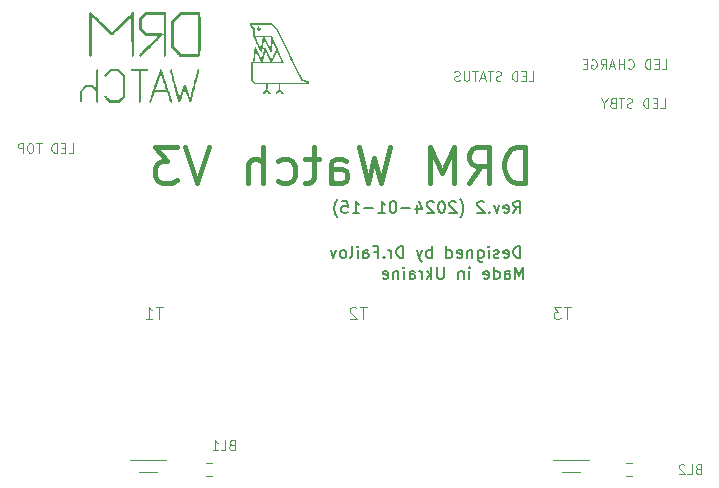
<source format=gbr>
%TF.GenerationSoftware,KiCad,Pcbnew,7.0.9*%
%TF.CreationDate,2024-01-15T23:30:26+02:00*%
%TF.ProjectId,DRM_Watch_V3,44524d5f-5761-4746-9368-5f56332e6b69,rev?*%
%TF.SameCoordinates,Original*%
%TF.FileFunction,Legend,Bot*%
%TF.FilePolarity,Positive*%
%FSLAX46Y46*%
G04 Gerber Fmt 4.6, Leading zero omitted, Abs format (unit mm)*
G04 Created by KiCad (PCBNEW 7.0.9) date 2024-01-15 23:30:26*
%MOMM*%
%LPD*%
G01*
G04 APERTURE LIST*
%ADD10C,0.150000*%
%ADD11C,0.400000*%
%ADD12C,0.100000*%
%ADD13C,0.120000*%
G04 APERTURE END LIST*
D10*
X111296220Y-68703819D02*
X111296220Y-67703819D01*
X111296220Y-67703819D02*
X111058125Y-67703819D01*
X111058125Y-67703819D02*
X110915268Y-67751438D01*
X110915268Y-67751438D02*
X110820030Y-67846676D01*
X110820030Y-67846676D02*
X110772411Y-67941914D01*
X110772411Y-67941914D02*
X110724792Y-68132390D01*
X110724792Y-68132390D02*
X110724792Y-68275247D01*
X110724792Y-68275247D02*
X110772411Y-68465723D01*
X110772411Y-68465723D02*
X110820030Y-68560961D01*
X110820030Y-68560961D02*
X110915268Y-68656200D01*
X110915268Y-68656200D02*
X111058125Y-68703819D01*
X111058125Y-68703819D02*
X111296220Y-68703819D01*
X109915268Y-68656200D02*
X110010506Y-68703819D01*
X110010506Y-68703819D02*
X110200982Y-68703819D01*
X110200982Y-68703819D02*
X110296220Y-68656200D01*
X110296220Y-68656200D02*
X110343839Y-68560961D01*
X110343839Y-68560961D02*
X110343839Y-68180009D01*
X110343839Y-68180009D02*
X110296220Y-68084771D01*
X110296220Y-68084771D02*
X110200982Y-68037152D01*
X110200982Y-68037152D02*
X110010506Y-68037152D01*
X110010506Y-68037152D02*
X109915268Y-68084771D01*
X109915268Y-68084771D02*
X109867649Y-68180009D01*
X109867649Y-68180009D02*
X109867649Y-68275247D01*
X109867649Y-68275247D02*
X110343839Y-68370485D01*
X109486696Y-68656200D02*
X109391458Y-68703819D01*
X109391458Y-68703819D02*
X109200982Y-68703819D01*
X109200982Y-68703819D02*
X109105744Y-68656200D01*
X109105744Y-68656200D02*
X109058125Y-68560961D01*
X109058125Y-68560961D02*
X109058125Y-68513342D01*
X109058125Y-68513342D02*
X109105744Y-68418104D01*
X109105744Y-68418104D02*
X109200982Y-68370485D01*
X109200982Y-68370485D02*
X109343839Y-68370485D01*
X109343839Y-68370485D02*
X109439077Y-68322866D01*
X109439077Y-68322866D02*
X109486696Y-68227628D01*
X109486696Y-68227628D02*
X109486696Y-68180009D01*
X109486696Y-68180009D02*
X109439077Y-68084771D01*
X109439077Y-68084771D02*
X109343839Y-68037152D01*
X109343839Y-68037152D02*
X109200982Y-68037152D01*
X109200982Y-68037152D02*
X109105744Y-68084771D01*
X108629553Y-68703819D02*
X108629553Y-68037152D01*
X108629553Y-67703819D02*
X108677172Y-67751438D01*
X108677172Y-67751438D02*
X108629553Y-67799057D01*
X108629553Y-67799057D02*
X108581934Y-67751438D01*
X108581934Y-67751438D02*
X108629553Y-67703819D01*
X108629553Y-67703819D02*
X108629553Y-67799057D01*
X107724792Y-68037152D02*
X107724792Y-68846676D01*
X107724792Y-68846676D02*
X107772411Y-68941914D01*
X107772411Y-68941914D02*
X107820030Y-68989533D01*
X107820030Y-68989533D02*
X107915268Y-69037152D01*
X107915268Y-69037152D02*
X108058125Y-69037152D01*
X108058125Y-69037152D02*
X108153363Y-68989533D01*
X107724792Y-68656200D02*
X107820030Y-68703819D01*
X107820030Y-68703819D02*
X108010506Y-68703819D01*
X108010506Y-68703819D02*
X108105744Y-68656200D01*
X108105744Y-68656200D02*
X108153363Y-68608580D01*
X108153363Y-68608580D02*
X108200982Y-68513342D01*
X108200982Y-68513342D02*
X108200982Y-68227628D01*
X108200982Y-68227628D02*
X108153363Y-68132390D01*
X108153363Y-68132390D02*
X108105744Y-68084771D01*
X108105744Y-68084771D02*
X108010506Y-68037152D01*
X108010506Y-68037152D02*
X107820030Y-68037152D01*
X107820030Y-68037152D02*
X107724792Y-68084771D01*
X107248601Y-68037152D02*
X107248601Y-68703819D01*
X107248601Y-68132390D02*
X107200982Y-68084771D01*
X107200982Y-68084771D02*
X107105744Y-68037152D01*
X107105744Y-68037152D02*
X106962887Y-68037152D01*
X106962887Y-68037152D02*
X106867649Y-68084771D01*
X106867649Y-68084771D02*
X106820030Y-68180009D01*
X106820030Y-68180009D02*
X106820030Y-68703819D01*
X105962887Y-68656200D02*
X106058125Y-68703819D01*
X106058125Y-68703819D02*
X106248601Y-68703819D01*
X106248601Y-68703819D02*
X106343839Y-68656200D01*
X106343839Y-68656200D02*
X106391458Y-68560961D01*
X106391458Y-68560961D02*
X106391458Y-68180009D01*
X106391458Y-68180009D02*
X106343839Y-68084771D01*
X106343839Y-68084771D02*
X106248601Y-68037152D01*
X106248601Y-68037152D02*
X106058125Y-68037152D01*
X106058125Y-68037152D02*
X105962887Y-68084771D01*
X105962887Y-68084771D02*
X105915268Y-68180009D01*
X105915268Y-68180009D02*
X105915268Y-68275247D01*
X105915268Y-68275247D02*
X106391458Y-68370485D01*
X105058125Y-68703819D02*
X105058125Y-67703819D01*
X105058125Y-68656200D02*
X105153363Y-68703819D01*
X105153363Y-68703819D02*
X105343839Y-68703819D01*
X105343839Y-68703819D02*
X105439077Y-68656200D01*
X105439077Y-68656200D02*
X105486696Y-68608580D01*
X105486696Y-68608580D02*
X105534315Y-68513342D01*
X105534315Y-68513342D02*
X105534315Y-68227628D01*
X105534315Y-68227628D02*
X105486696Y-68132390D01*
X105486696Y-68132390D02*
X105439077Y-68084771D01*
X105439077Y-68084771D02*
X105343839Y-68037152D01*
X105343839Y-68037152D02*
X105153363Y-68037152D01*
X105153363Y-68037152D02*
X105058125Y-68084771D01*
X103820029Y-68703819D02*
X103820029Y-67703819D01*
X103820029Y-68084771D02*
X103724791Y-68037152D01*
X103724791Y-68037152D02*
X103534315Y-68037152D01*
X103534315Y-68037152D02*
X103439077Y-68084771D01*
X103439077Y-68084771D02*
X103391458Y-68132390D01*
X103391458Y-68132390D02*
X103343839Y-68227628D01*
X103343839Y-68227628D02*
X103343839Y-68513342D01*
X103343839Y-68513342D02*
X103391458Y-68608580D01*
X103391458Y-68608580D02*
X103439077Y-68656200D01*
X103439077Y-68656200D02*
X103534315Y-68703819D01*
X103534315Y-68703819D02*
X103724791Y-68703819D01*
X103724791Y-68703819D02*
X103820029Y-68656200D01*
X103010505Y-68037152D02*
X102772410Y-68703819D01*
X102534315Y-68037152D02*
X102772410Y-68703819D01*
X102772410Y-68703819D02*
X102867648Y-68941914D01*
X102867648Y-68941914D02*
X102915267Y-68989533D01*
X102915267Y-68989533D02*
X103010505Y-69037152D01*
X101391457Y-68703819D02*
X101391457Y-67703819D01*
X101391457Y-67703819D02*
X101153362Y-67703819D01*
X101153362Y-67703819D02*
X101010505Y-67751438D01*
X101010505Y-67751438D02*
X100915267Y-67846676D01*
X100915267Y-67846676D02*
X100867648Y-67941914D01*
X100867648Y-67941914D02*
X100820029Y-68132390D01*
X100820029Y-68132390D02*
X100820029Y-68275247D01*
X100820029Y-68275247D02*
X100867648Y-68465723D01*
X100867648Y-68465723D02*
X100915267Y-68560961D01*
X100915267Y-68560961D02*
X101010505Y-68656200D01*
X101010505Y-68656200D02*
X101153362Y-68703819D01*
X101153362Y-68703819D02*
X101391457Y-68703819D01*
X100391457Y-68703819D02*
X100391457Y-68037152D01*
X100391457Y-68227628D02*
X100343838Y-68132390D01*
X100343838Y-68132390D02*
X100296219Y-68084771D01*
X100296219Y-68084771D02*
X100200981Y-68037152D01*
X100200981Y-68037152D02*
X100105743Y-68037152D01*
X99772409Y-68608580D02*
X99724790Y-68656200D01*
X99724790Y-68656200D02*
X99772409Y-68703819D01*
X99772409Y-68703819D02*
X99820028Y-68656200D01*
X99820028Y-68656200D02*
X99772409Y-68608580D01*
X99772409Y-68608580D02*
X99772409Y-68703819D01*
X98962886Y-68180009D02*
X99296219Y-68180009D01*
X99296219Y-68703819D02*
X99296219Y-67703819D01*
X99296219Y-67703819D02*
X98820029Y-67703819D01*
X98010505Y-68703819D02*
X98010505Y-68180009D01*
X98010505Y-68180009D02*
X98058124Y-68084771D01*
X98058124Y-68084771D02*
X98153362Y-68037152D01*
X98153362Y-68037152D02*
X98343838Y-68037152D01*
X98343838Y-68037152D02*
X98439076Y-68084771D01*
X98010505Y-68656200D02*
X98105743Y-68703819D01*
X98105743Y-68703819D02*
X98343838Y-68703819D01*
X98343838Y-68703819D02*
X98439076Y-68656200D01*
X98439076Y-68656200D02*
X98486695Y-68560961D01*
X98486695Y-68560961D02*
X98486695Y-68465723D01*
X98486695Y-68465723D02*
X98439076Y-68370485D01*
X98439076Y-68370485D02*
X98343838Y-68322866D01*
X98343838Y-68322866D02*
X98105743Y-68322866D01*
X98105743Y-68322866D02*
X98010505Y-68275247D01*
X97534314Y-68703819D02*
X97534314Y-68037152D01*
X97534314Y-67703819D02*
X97581933Y-67751438D01*
X97581933Y-67751438D02*
X97534314Y-67799057D01*
X97534314Y-67799057D02*
X97486695Y-67751438D01*
X97486695Y-67751438D02*
X97534314Y-67703819D01*
X97534314Y-67703819D02*
X97534314Y-67799057D01*
X96915267Y-68703819D02*
X97010505Y-68656200D01*
X97010505Y-68656200D02*
X97058124Y-68560961D01*
X97058124Y-68560961D02*
X97058124Y-67703819D01*
X96391457Y-68703819D02*
X96486695Y-68656200D01*
X96486695Y-68656200D02*
X96534314Y-68608580D01*
X96534314Y-68608580D02*
X96581933Y-68513342D01*
X96581933Y-68513342D02*
X96581933Y-68227628D01*
X96581933Y-68227628D02*
X96534314Y-68132390D01*
X96534314Y-68132390D02*
X96486695Y-68084771D01*
X96486695Y-68084771D02*
X96391457Y-68037152D01*
X96391457Y-68037152D02*
X96248600Y-68037152D01*
X96248600Y-68037152D02*
X96153362Y-68084771D01*
X96153362Y-68084771D02*
X96105743Y-68132390D01*
X96105743Y-68132390D02*
X96058124Y-68227628D01*
X96058124Y-68227628D02*
X96058124Y-68513342D01*
X96058124Y-68513342D02*
X96105743Y-68608580D01*
X96105743Y-68608580D02*
X96153362Y-68656200D01*
X96153362Y-68656200D02*
X96248600Y-68703819D01*
X96248600Y-68703819D02*
X96391457Y-68703819D01*
X95724790Y-68037152D02*
X95486695Y-68703819D01*
X95486695Y-68703819D02*
X95248600Y-68037152D01*
X110724792Y-64893819D02*
X111058125Y-64417628D01*
X111296220Y-64893819D02*
X111296220Y-63893819D01*
X111296220Y-63893819D02*
X110915268Y-63893819D01*
X110915268Y-63893819D02*
X110820030Y-63941438D01*
X110820030Y-63941438D02*
X110772411Y-63989057D01*
X110772411Y-63989057D02*
X110724792Y-64084295D01*
X110724792Y-64084295D02*
X110724792Y-64227152D01*
X110724792Y-64227152D02*
X110772411Y-64322390D01*
X110772411Y-64322390D02*
X110820030Y-64370009D01*
X110820030Y-64370009D02*
X110915268Y-64417628D01*
X110915268Y-64417628D02*
X111296220Y-64417628D01*
X109915268Y-64846200D02*
X110010506Y-64893819D01*
X110010506Y-64893819D02*
X110200982Y-64893819D01*
X110200982Y-64893819D02*
X110296220Y-64846200D01*
X110296220Y-64846200D02*
X110343839Y-64750961D01*
X110343839Y-64750961D02*
X110343839Y-64370009D01*
X110343839Y-64370009D02*
X110296220Y-64274771D01*
X110296220Y-64274771D02*
X110200982Y-64227152D01*
X110200982Y-64227152D02*
X110010506Y-64227152D01*
X110010506Y-64227152D02*
X109915268Y-64274771D01*
X109915268Y-64274771D02*
X109867649Y-64370009D01*
X109867649Y-64370009D02*
X109867649Y-64465247D01*
X109867649Y-64465247D02*
X110343839Y-64560485D01*
X109534315Y-64227152D02*
X109296220Y-64893819D01*
X109296220Y-64893819D02*
X109058125Y-64227152D01*
X108677172Y-64798580D02*
X108629553Y-64846200D01*
X108629553Y-64846200D02*
X108677172Y-64893819D01*
X108677172Y-64893819D02*
X108724791Y-64846200D01*
X108724791Y-64846200D02*
X108677172Y-64798580D01*
X108677172Y-64798580D02*
X108677172Y-64893819D01*
X108248601Y-63989057D02*
X108200982Y-63941438D01*
X108200982Y-63941438D02*
X108105744Y-63893819D01*
X108105744Y-63893819D02*
X107867649Y-63893819D01*
X107867649Y-63893819D02*
X107772411Y-63941438D01*
X107772411Y-63941438D02*
X107724792Y-63989057D01*
X107724792Y-63989057D02*
X107677173Y-64084295D01*
X107677173Y-64084295D02*
X107677173Y-64179533D01*
X107677173Y-64179533D02*
X107724792Y-64322390D01*
X107724792Y-64322390D02*
X108296220Y-64893819D01*
X108296220Y-64893819D02*
X107677173Y-64893819D01*
X106200982Y-65274771D02*
X106248601Y-65227152D01*
X106248601Y-65227152D02*
X106343839Y-65084295D01*
X106343839Y-65084295D02*
X106391458Y-64989057D01*
X106391458Y-64989057D02*
X106439077Y-64846200D01*
X106439077Y-64846200D02*
X106486696Y-64608104D01*
X106486696Y-64608104D02*
X106486696Y-64417628D01*
X106486696Y-64417628D02*
X106439077Y-64179533D01*
X106439077Y-64179533D02*
X106391458Y-64036676D01*
X106391458Y-64036676D02*
X106343839Y-63941438D01*
X106343839Y-63941438D02*
X106248601Y-63798580D01*
X106248601Y-63798580D02*
X106200982Y-63750961D01*
X105867648Y-63989057D02*
X105820029Y-63941438D01*
X105820029Y-63941438D02*
X105724791Y-63893819D01*
X105724791Y-63893819D02*
X105486696Y-63893819D01*
X105486696Y-63893819D02*
X105391458Y-63941438D01*
X105391458Y-63941438D02*
X105343839Y-63989057D01*
X105343839Y-63989057D02*
X105296220Y-64084295D01*
X105296220Y-64084295D02*
X105296220Y-64179533D01*
X105296220Y-64179533D02*
X105343839Y-64322390D01*
X105343839Y-64322390D02*
X105915267Y-64893819D01*
X105915267Y-64893819D02*
X105296220Y-64893819D01*
X104677172Y-63893819D02*
X104581934Y-63893819D01*
X104581934Y-63893819D02*
X104486696Y-63941438D01*
X104486696Y-63941438D02*
X104439077Y-63989057D01*
X104439077Y-63989057D02*
X104391458Y-64084295D01*
X104391458Y-64084295D02*
X104343839Y-64274771D01*
X104343839Y-64274771D02*
X104343839Y-64512866D01*
X104343839Y-64512866D02*
X104391458Y-64703342D01*
X104391458Y-64703342D02*
X104439077Y-64798580D01*
X104439077Y-64798580D02*
X104486696Y-64846200D01*
X104486696Y-64846200D02*
X104581934Y-64893819D01*
X104581934Y-64893819D02*
X104677172Y-64893819D01*
X104677172Y-64893819D02*
X104772410Y-64846200D01*
X104772410Y-64846200D02*
X104820029Y-64798580D01*
X104820029Y-64798580D02*
X104867648Y-64703342D01*
X104867648Y-64703342D02*
X104915267Y-64512866D01*
X104915267Y-64512866D02*
X104915267Y-64274771D01*
X104915267Y-64274771D02*
X104867648Y-64084295D01*
X104867648Y-64084295D02*
X104820029Y-63989057D01*
X104820029Y-63989057D02*
X104772410Y-63941438D01*
X104772410Y-63941438D02*
X104677172Y-63893819D01*
X103962886Y-63989057D02*
X103915267Y-63941438D01*
X103915267Y-63941438D02*
X103820029Y-63893819D01*
X103820029Y-63893819D02*
X103581934Y-63893819D01*
X103581934Y-63893819D02*
X103486696Y-63941438D01*
X103486696Y-63941438D02*
X103439077Y-63989057D01*
X103439077Y-63989057D02*
X103391458Y-64084295D01*
X103391458Y-64084295D02*
X103391458Y-64179533D01*
X103391458Y-64179533D02*
X103439077Y-64322390D01*
X103439077Y-64322390D02*
X104010505Y-64893819D01*
X104010505Y-64893819D02*
X103391458Y-64893819D01*
X102534315Y-64227152D02*
X102534315Y-64893819D01*
X102772410Y-63846200D02*
X103010505Y-64560485D01*
X103010505Y-64560485D02*
X102391458Y-64560485D01*
X102010505Y-64512866D02*
X101248601Y-64512866D01*
X100581934Y-63893819D02*
X100486696Y-63893819D01*
X100486696Y-63893819D02*
X100391458Y-63941438D01*
X100391458Y-63941438D02*
X100343839Y-63989057D01*
X100343839Y-63989057D02*
X100296220Y-64084295D01*
X100296220Y-64084295D02*
X100248601Y-64274771D01*
X100248601Y-64274771D02*
X100248601Y-64512866D01*
X100248601Y-64512866D02*
X100296220Y-64703342D01*
X100296220Y-64703342D02*
X100343839Y-64798580D01*
X100343839Y-64798580D02*
X100391458Y-64846200D01*
X100391458Y-64846200D02*
X100486696Y-64893819D01*
X100486696Y-64893819D02*
X100581934Y-64893819D01*
X100581934Y-64893819D02*
X100677172Y-64846200D01*
X100677172Y-64846200D02*
X100724791Y-64798580D01*
X100724791Y-64798580D02*
X100772410Y-64703342D01*
X100772410Y-64703342D02*
X100820029Y-64512866D01*
X100820029Y-64512866D02*
X100820029Y-64274771D01*
X100820029Y-64274771D02*
X100772410Y-64084295D01*
X100772410Y-64084295D02*
X100724791Y-63989057D01*
X100724791Y-63989057D02*
X100677172Y-63941438D01*
X100677172Y-63941438D02*
X100581934Y-63893819D01*
X99296220Y-64893819D02*
X99867648Y-64893819D01*
X99581934Y-64893819D02*
X99581934Y-63893819D01*
X99581934Y-63893819D02*
X99677172Y-64036676D01*
X99677172Y-64036676D02*
X99772410Y-64131914D01*
X99772410Y-64131914D02*
X99867648Y-64179533D01*
X98867648Y-64512866D02*
X98105744Y-64512866D01*
X97105744Y-64893819D02*
X97677172Y-64893819D01*
X97391458Y-64893819D02*
X97391458Y-63893819D01*
X97391458Y-63893819D02*
X97486696Y-64036676D01*
X97486696Y-64036676D02*
X97581934Y-64131914D01*
X97581934Y-64131914D02*
X97677172Y-64179533D01*
X96200982Y-63893819D02*
X96677172Y-63893819D01*
X96677172Y-63893819D02*
X96724791Y-64370009D01*
X96724791Y-64370009D02*
X96677172Y-64322390D01*
X96677172Y-64322390D02*
X96581934Y-64274771D01*
X96581934Y-64274771D02*
X96343839Y-64274771D01*
X96343839Y-64274771D02*
X96248601Y-64322390D01*
X96248601Y-64322390D02*
X96200982Y-64370009D01*
X96200982Y-64370009D02*
X96153363Y-64465247D01*
X96153363Y-64465247D02*
X96153363Y-64703342D01*
X96153363Y-64703342D02*
X96200982Y-64798580D01*
X96200982Y-64798580D02*
X96248601Y-64846200D01*
X96248601Y-64846200D02*
X96343839Y-64893819D01*
X96343839Y-64893819D02*
X96581934Y-64893819D01*
X96581934Y-64893819D02*
X96677172Y-64846200D01*
X96677172Y-64846200D02*
X96724791Y-64798580D01*
X95820029Y-65274771D02*
X95772410Y-65227152D01*
X95772410Y-65227152D02*
X95677172Y-65084295D01*
X95677172Y-65084295D02*
X95629553Y-64989057D01*
X95629553Y-64989057D02*
X95581934Y-64846200D01*
X95581934Y-64846200D02*
X95534315Y-64608104D01*
X95534315Y-64608104D02*
X95534315Y-64417628D01*
X95534315Y-64417628D02*
X95581934Y-64179533D01*
X95581934Y-64179533D02*
X95629553Y-64036676D01*
X95629553Y-64036676D02*
X95677172Y-63941438D01*
X95677172Y-63941438D02*
X95772410Y-63798580D01*
X95772410Y-63798580D02*
X95820029Y-63750961D01*
D11*
X111671557Y-62350057D02*
X111671557Y-59350057D01*
X111671557Y-59350057D02*
X110957271Y-59350057D01*
X110957271Y-59350057D02*
X110528700Y-59492914D01*
X110528700Y-59492914D02*
X110242985Y-59778628D01*
X110242985Y-59778628D02*
X110100128Y-60064342D01*
X110100128Y-60064342D02*
X109957271Y-60635771D01*
X109957271Y-60635771D02*
X109957271Y-61064342D01*
X109957271Y-61064342D02*
X110100128Y-61635771D01*
X110100128Y-61635771D02*
X110242985Y-61921485D01*
X110242985Y-61921485D02*
X110528700Y-62207200D01*
X110528700Y-62207200D02*
X110957271Y-62350057D01*
X110957271Y-62350057D02*
X111671557Y-62350057D01*
X106957271Y-62350057D02*
X107957271Y-60921485D01*
X108671557Y-62350057D02*
X108671557Y-59350057D01*
X108671557Y-59350057D02*
X107528700Y-59350057D01*
X107528700Y-59350057D02*
X107242985Y-59492914D01*
X107242985Y-59492914D02*
X107100128Y-59635771D01*
X107100128Y-59635771D02*
X106957271Y-59921485D01*
X106957271Y-59921485D02*
X106957271Y-60350057D01*
X106957271Y-60350057D02*
X107100128Y-60635771D01*
X107100128Y-60635771D02*
X107242985Y-60778628D01*
X107242985Y-60778628D02*
X107528700Y-60921485D01*
X107528700Y-60921485D02*
X108671557Y-60921485D01*
X105671557Y-62350057D02*
X105671557Y-59350057D01*
X105671557Y-59350057D02*
X104671557Y-61492914D01*
X104671557Y-61492914D02*
X103671557Y-59350057D01*
X103671557Y-59350057D02*
X103671557Y-62350057D01*
X100242986Y-59350057D02*
X99528700Y-62350057D01*
X99528700Y-62350057D02*
X98957272Y-60207200D01*
X98957272Y-60207200D02*
X98385843Y-62350057D01*
X98385843Y-62350057D02*
X97671558Y-59350057D01*
X95242987Y-62350057D02*
X95242987Y-60778628D01*
X95242987Y-60778628D02*
X95385844Y-60492914D01*
X95385844Y-60492914D02*
X95671558Y-60350057D01*
X95671558Y-60350057D02*
X96242987Y-60350057D01*
X96242987Y-60350057D02*
X96528701Y-60492914D01*
X95242987Y-62207200D02*
X95528701Y-62350057D01*
X95528701Y-62350057D02*
X96242987Y-62350057D01*
X96242987Y-62350057D02*
X96528701Y-62207200D01*
X96528701Y-62207200D02*
X96671558Y-61921485D01*
X96671558Y-61921485D02*
X96671558Y-61635771D01*
X96671558Y-61635771D02*
X96528701Y-61350057D01*
X96528701Y-61350057D02*
X96242987Y-61207200D01*
X96242987Y-61207200D02*
X95528701Y-61207200D01*
X95528701Y-61207200D02*
X95242987Y-61064342D01*
X94242986Y-60350057D02*
X93100129Y-60350057D01*
X93814415Y-59350057D02*
X93814415Y-61921485D01*
X93814415Y-61921485D02*
X93671558Y-62207200D01*
X93671558Y-62207200D02*
X93385843Y-62350057D01*
X93385843Y-62350057D02*
X93100129Y-62350057D01*
X90814415Y-62207200D02*
X91100129Y-62350057D01*
X91100129Y-62350057D02*
X91671557Y-62350057D01*
X91671557Y-62350057D02*
X91957272Y-62207200D01*
X91957272Y-62207200D02*
X92100129Y-62064342D01*
X92100129Y-62064342D02*
X92242986Y-61778628D01*
X92242986Y-61778628D02*
X92242986Y-60921485D01*
X92242986Y-60921485D02*
X92100129Y-60635771D01*
X92100129Y-60635771D02*
X91957272Y-60492914D01*
X91957272Y-60492914D02*
X91671557Y-60350057D01*
X91671557Y-60350057D02*
X91100129Y-60350057D01*
X91100129Y-60350057D02*
X90814415Y-60492914D01*
X89528700Y-62350057D02*
X89528700Y-59350057D01*
X88242986Y-62350057D02*
X88242986Y-60778628D01*
X88242986Y-60778628D02*
X88385843Y-60492914D01*
X88385843Y-60492914D02*
X88671557Y-60350057D01*
X88671557Y-60350057D02*
X89100128Y-60350057D01*
X89100128Y-60350057D02*
X89385843Y-60492914D01*
X89385843Y-60492914D02*
X89528700Y-60635771D01*
X84957271Y-59350057D02*
X83957271Y-62350057D01*
X83957271Y-62350057D02*
X82957271Y-59350057D01*
X82242985Y-59350057D02*
X80385842Y-59350057D01*
X80385842Y-59350057D02*
X81385842Y-60492914D01*
X81385842Y-60492914D02*
X80957271Y-60492914D01*
X80957271Y-60492914D02*
X80671557Y-60635771D01*
X80671557Y-60635771D02*
X80528699Y-60778628D01*
X80528699Y-60778628D02*
X80385842Y-61064342D01*
X80385842Y-61064342D02*
X80385842Y-61778628D01*
X80385842Y-61778628D02*
X80528699Y-62064342D01*
X80528699Y-62064342D02*
X80671557Y-62207200D01*
X80671557Y-62207200D02*
X80957271Y-62350057D01*
X80957271Y-62350057D02*
X81814414Y-62350057D01*
X81814414Y-62350057D02*
X82100128Y-62207200D01*
X82100128Y-62207200D02*
X82242985Y-62064342D01*
D10*
X111550220Y-70481819D02*
X111550220Y-69481819D01*
X111550220Y-69481819D02*
X111216887Y-70196104D01*
X111216887Y-70196104D02*
X110883554Y-69481819D01*
X110883554Y-69481819D02*
X110883554Y-70481819D01*
X109978792Y-70481819D02*
X109978792Y-69958009D01*
X109978792Y-69958009D02*
X110026411Y-69862771D01*
X110026411Y-69862771D02*
X110121649Y-69815152D01*
X110121649Y-69815152D02*
X110312125Y-69815152D01*
X110312125Y-69815152D02*
X110407363Y-69862771D01*
X109978792Y-70434200D02*
X110074030Y-70481819D01*
X110074030Y-70481819D02*
X110312125Y-70481819D01*
X110312125Y-70481819D02*
X110407363Y-70434200D01*
X110407363Y-70434200D02*
X110454982Y-70338961D01*
X110454982Y-70338961D02*
X110454982Y-70243723D01*
X110454982Y-70243723D02*
X110407363Y-70148485D01*
X110407363Y-70148485D02*
X110312125Y-70100866D01*
X110312125Y-70100866D02*
X110074030Y-70100866D01*
X110074030Y-70100866D02*
X109978792Y-70053247D01*
X109074030Y-70481819D02*
X109074030Y-69481819D01*
X109074030Y-70434200D02*
X109169268Y-70481819D01*
X109169268Y-70481819D02*
X109359744Y-70481819D01*
X109359744Y-70481819D02*
X109454982Y-70434200D01*
X109454982Y-70434200D02*
X109502601Y-70386580D01*
X109502601Y-70386580D02*
X109550220Y-70291342D01*
X109550220Y-70291342D02*
X109550220Y-70005628D01*
X109550220Y-70005628D02*
X109502601Y-69910390D01*
X109502601Y-69910390D02*
X109454982Y-69862771D01*
X109454982Y-69862771D02*
X109359744Y-69815152D01*
X109359744Y-69815152D02*
X109169268Y-69815152D01*
X109169268Y-69815152D02*
X109074030Y-69862771D01*
X108216887Y-70434200D02*
X108312125Y-70481819D01*
X108312125Y-70481819D02*
X108502601Y-70481819D01*
X108502601Y-70481819D02*
X108597839Y-70434200D01*
X108597839Y-70434200D02*
X108645458Y-70338961D01*
X108645458Y-70338961D02*
X108645458Y-69958009D01*
X108645458Y-69958009D02*
X108597839Y-69862771D01*
X108597839Y-69862771D02*
X108502601Y-69815152D01*
X108502601Y-69815152D02*
X108312125Y-69815152D01*
X108312125Y-69815152D02*
X108216887Y-69862771D01*
X108216887Y-69862771D02*
X108169268Y-69958009D01*
X108169268Y-69958009D02*
X108169268Y-70053247D01*
X108169268Y-70053247D02*
X108645458Y-70148485D01*
X106978791Y-70481819D02*
X106978791Y-69815152D01*
X106978791Y-69481819D02*
X107026410Y-69529438D01*
X107026410Y-69529438D02*
X106978791Y-69577057D01*
X106978791Y-69577057D02*
X106931172Y-69529438D01*
X106931172Y-69529438D02*
X106978791Y-69481819D01*
X106978791Y-69481819D02*
X106978791Y-69577057D01*
X106502601Y-69815152D02*
X106502601Y-70481819D01*
X106502601Y-69910390D02*
X106454982Y-69862771D01*
X106454982Y-69862771D02*
X106359744Y-69815152D01*
X106359744Y-69815152D02*
X106216887Y-69815152D01*
X106216887Y-69815152D02*
X106121649Y-69862771D01*
X106121649Y-69862771D02*
X106074030Y-69958009D01*
X106074030Y-69958009D02*
X106074030Y-70481819D01*
X104835934Y-69481819D02*
X104835934Y-70291342D01*
X104835934Y-70291342D02*
X104788315Y-70386580D01*
X104788315Y-70386580D02*
X104740696Y-70434200D01*
X104740696Y-70434200D02*
X104645458Y-70481819D01*
X104645458Y-70481819D02*
X104454982Y-70481819D01*
X104454982Y-70481819D02*
X104359744Y-70434200D01*
X104359744Y-70434200D02*
X104312125Y-70386580D01*
X104312125Y-70386580D02*
X104264506Y-70291342D01*
X104264506Y-70291342D02*
X104264506Y-69481819D01*
X103788315Y-70481819D02*
X103788315Y-69481819D01*
X103693077Y-70100866D02*
X103407363Y-70481819D01*
X103407363Y-69815152D02*
X103788315Y-70196104D01*
X102978791Y-70481819D02*
X102978791Y-69815152D01*
X102978791Y-70005628D02*
X102931172Y-69910390D01*
X102931172Y-69910390D02*
X102883553Y-69862771D01*
X102883553Y-69862771D02*
X102788315Y-69815152D01*
X102788315Y-69815152D02*
X102693077Y-69815152D01*
X101931172Y-70481819D02*
X101931172Y-69958009D01*
X101931172Y-69958009D02*
X101978791Y-69862771D01*
X101978791Y-69862771D02*
X102074029Y-69815152D01*
X102074029Y-69815152D02*
X102264505Y-69815152D01*
X102264505Y-69815152D02*
X102359743Y-69862771D01*
X101931172Y-70434200D02*
X102026410Y-70481819D01*
X102026410Y-70481819D02*
X102264505Y-70481819D01*
X102264505Y-70481819D02*
X102359743Y-70434200D01*
X102359743Y-70434200D02*
X102407362Y-70338961D01*
X102407362Y-70338961D02*
X102407362Y-70243723D01*
X102407362Y-70243723D02*
X102359743Y-70148485D01*
X102359743Y-70148485D02*
X102264505Y-70100866D01*
X102264505Y-70100866D02*
X102026410Y-70100866D01*
X102026410Y-70100866D02*
X101931172Y-70053247D01*
X101454981Y-70481819D02*
X101454981Y-69815152D01*
X101454981Y-69481819D02*
X101502600Y-69529438D01*
X101502600Y-69529438D02*
X101454981Y-69577057D01*
X101454981Y-69577057D02*
X101407362Y-69529438D01*
X101407362Y-69529438D02*
X101454981Y-69481819D01*
X101454981Y-69481819D02*
X101454981Y-69577057D01*
X100978791Y-69815152D02*
X100978791Y-70481819D01*
X100978791Y-69910390D02*
X100931172Y-69862771D01*
X100931172Y-69862771D02*
X100835934Y-69815152D01*
X100835934Y-69815152D02*
X100693077Y-69815152D01*
X100693077Y-69815152D02*
X100597839Y-69862771D01*
X100597839Y-69862771D02*
X100550220Y-69958009D01*
X100550220Y-69958009D02*
X100550220Y-70481819D01*
X99693077Y-70434200D02*
X99788315Y-70481819D01*
X99788315Y-70481819D02*
X99978791Y-70481819D01*
X99978791Y-70481819D02*
X100074029Y-70434200D01*
X100074029Y-70434200D02*
X100121648Y-70338961D01*
X100121648Y-70338961D02*
X100121648Y-69958009D01*
X100121648Y-69958009D02*
X100074029Y-69862771D01*
X100074029Y-69862771D02*
X99978791Y-69815152D01*
X99978791Y-69815152D02*
X99788315Y-69815152D01*
X99788315Y-69815152D02*
X99693077Y-69862771D01*
X99693077Y-69862771D02*
X99645458Y-69958009D01*
X99645458Y-69958009D02*
X99645458Y-70053247D01*
X99645458Y-70053247D02*
X100121648Y-70148485D01*
D12*
X98297904Y-72863419D02*
X97726476Y-72863419D01*
X98012190Y-73863419D02*
X98012190Y-72863419D01*
X97440761Y-72958657D02*
X97393142Y-72911038D01*
X97393142Y-72911038D02*
X97297904Y-72863419D01*
X97297904Y-72863419D02*
X97059809Y-72863419D01*
X97059809Y-72863419D02*
X96964571Y-72911038D01*
X96964571Y-72911038D02*
X96916952Y-72958657D01*
X96916952Y-72958657D02*
X96869333Y-73053895D01*
X96869333Y-73053895D02*
X96869333Y-73149133D01*
X96869333Y-73149133D02*
X96916952Y-73291990D01*
X96916952Y-73291990D02*
X97488380Y-73863419D01*
X97488380Y-73863419D02*
X96869333Y-73863419D01*
X123151619Y-55990895D02*
X123532571Y-55990895D01*
X123532571Y-55990895D02*
X123532571Y-55190895D01*
X122884952Y-55571847D02*
X122618286Y-55571847D01*
X122504000Y-55990895D02*
X122884952Y-55990895D01*
X122884952Y-55990895D02*
X122884952Y-55190895D01*
X122884952Y-55190895D02*
X122504000Y-55190895D01*
X122161142Y-55990895D02*
X122161142Y-55190895D01*
X122161142Y-55190895D02*
X121970666Y-55190895D01*
X121970666Y-55190895D02*
X121856380Y-55228990D01*
X121856380Y-55228990D02*
X121780190Y-55305180D01*
X121780190Y-55305180D02*
X121742095Y-55381371D01*
X121742095Y-55381371D02*
X121703999Y-55533752D01*
X121703999Y-55533752D02*
X121703999Y-55648038D01*
X121703999Y-55648038D02*
X121742095Y-55800419D01*
X121742095Y-55800419D02*
X121780190Y-55876609D01*
X121780190Y-55876609D02*
X121856380Y-55952800D01*
X121856380Y-55952800D02*
X121970666Y-55990895D01*
X121970666Y-55990895D02*
X122161142Y-55990895D01*
X120789714Y-55952800D02*
X120675428Y-55990895D01*
X120675428Y-55990895D02*
X120484952Y-55990895D01*
X120484952Y-55990895D02*
X120408761Y-55952800D01*
X120408761Y-55952800D02*
X120370666Y-55914704D01*
X120370666Y-55914704D02*
X120332571Y-55838514D01*
X120332571Y-55838514D02*
X120332571Y-55762323D01*
X120332571Y-55762323D02*
X120370666Y-55686133D01*
X120370666Y-55686133D02*
X120408761Y-55648038D01*
X120408761Y-55648038D02*
X120484952Y-55609942D01*
X120484952Y-55609942D02*
X120637333Y-55571847D01*
X120637333Y-55571847D02*
X120713523Y-55533752D01*
X120713523Y-55533752D02*
X120751618Y-55495657D01*
X120751618Y-55495657D02*
X120789714Y-55419466D01*
X120789714Y-55419466D02*
X120789714Y-55343276D01*
X120789714Y-55343276D02*
X120751618Y-55267085D01*
X120751618Y-55267085D02*
X120713523Y-55228990D01*
X120713523Y-55228990D02*
X120637333Y-55190895D01*
X120637333Y-55190895D02*
X120446856Y-55190895D01*
X120446856Y-55190895D02*
X120332571Y-55228990D01*
X120103999Y-55190895D02*
X119646856Y-55190895D01*
X119875428Y-55990895D02*
X119875428Y-55190895D01*
X119113523Y-55571847D02*
X118999237Y-55609942D01*
X118999237Y-55609942D02*
X118961142Y-55648038D01*
X118961142Y-55648038D02*
X118923046Y-55724228D01*
X118923046Y-55724228D02*
X118923046Y-55838514D01*
X118923046Y-55838514D02*
X118961142Y-55914704D01*
X118961142Y-55914704D02*
X118999237Y-55952800D01*
X118999237Y-55952800D02*
X119075427Y-55990895D01*
X119075427Y-55990895D02*
X119380189Y-55990895D01*
X119380189Y-55990895D02*
X119380189Y-55190895D01*
X119380189Y-55190895D02*
X119113523Y-55190895D01*
X119113523Y-55190895D02*
X119037332Y-55228990D01*
X119037332Y-55228990D02*
X118999237Y-55267085D01*
X118999237Y-55267085D02*
X118961142Y-55343276D01*
X118961142Y-55343276D02*
X118961142Y-55419466D01*
X118961142Y-55419466D02*
X118999237Y-55495657D01*
X118999237Y-55495657D02*
X119037332Y-55533752D01*
X119037332Y-55533752D02*
X119113523Y-55571847D01*
X119113523Y-55571847D02*
X119380189Y-55571847D01*
X118427808Y-55609942D02*
X118427808Y-55990895D01*
X118694475Y-55190895D02*
X118427808Y-55609942D01*
X118427808Y-55609942D02*
X118161142Y-55190895D01*
X81025904Y-72863419D02*
X80454476Y-72863419D01*
X80740190Y-73863419D02*
X80740190Y-72863419D01*
X79597333Y-73863419D02*
X80168761Y-73863419D01*
X79883047Y-73863419D02*
X79883047Y-72863419D01*
X79883047Y-72863419D02*
X79978285Y-73006276D01*
X79978285Y-73006276D02*
X80073523Y-73101514D01*
X80073523Y-73101514D02*
X80168761Y-73149133D01*
X73062857Y-59800895D02*
X73443809Y-59800895D01*
X73443809Y-59800895D02*
X73443809Y-59000895D01*
X72796190Y-59381847D02*
X72529524Y-59381847D01*
X72415238Y-59800895D02*
X72796190Y-59800895D01*
X72796190Y-59800895D02*
X72796190Y-59000895D01*
X72796190Y-59000895D02*
X72415238Y-59000895D01*
X72072380Y-59800895D02*
X72072380Y-59000895D01*
X72072380Y-59000895D02*
X71881904Y-59000895D01*
X71881904Y-59000895D02*
X71767618Y-59038990D01*
X71767618Y-59038990D02*
X71691428Y-59115180D01*
X71691428Y-59115180D02*
X71653333Y-59191371D01*
X71653333Y-59191371D02*
X71615237Y-59343752D01*
X71615237Y-59343752D02*
X71615237Y-59458038D01*
X71615237Y-59458038D02*
X71653333Y-59610419D01*
X71653333Y-59610419D02*
X71691428Y-59686609D01*
X71691428Y-59686609D02*
X71767618Y-59762800D01*
X71767618Y-59762800D02*
X71881904Y-59800895D01*
X71881904Y-59800895D02*
X72072380Y-59800895D01*
X70777142Y-59000895D02*
X70319999Y-59000895D01*
X70548571Y-59800895D02*
X70548571Y-59000895D01*
X69900951Y-59000895D02*
X69748570Y-59000895D01*
X69748570Y-59000895D02*
X69672380Y-59038990D01*
X69672380Y-59038990D02*
X69596189Y-59115180D01*
X69596189Y-59115180D02*
X69558094Y-59267561D01*
X69558094Y-59267561D02*
X69558094Y-59534228D01*
X69558094Y-59534228D02*
X69596189Y-59686609D01*
X69596189Y-59686609D02*
X69672380Y-59762800D01*
X69672380Y-59762800D02*
X69748570Y-59800895D01*
X69748570Y-59800895D02*
X69900951Y-59800895D01*
X69900951Y-59800895D02*
X69977142Y-59762800D01*
X69977142Y-59762800D02*
X70053332Y-59686609D01*
X70053332Y-59686609D02*
X70091428Y-59534228D01*
X70091428Y-59534228D02*
X70091428Y-59267561D01*
X70091428Y-59267561D02*
X70053332Y-59115180D01*
X70053332Y-59115180D02*
X69977142Y-59038990D01*
X69977142Y-59038990D02*
X69900951Y-59000895D01*
X69215237Y-59800895D02*
X69215237Y-59000895D01*
X69215237Y-59000895D02*
X68910475Y-59000895D01*
X68910475Y-59000895D02*
X68834285Y-59038990D01*
X68834285Y-59038990D02*
X68796190Y-59077085D01*
X68796190Y-59077085D02*
X68758094Y-59153276D01*
X68758094Y-59153276D02*
X68758094Y-59267561D01*
X68758094Y-59267561D02*
X68796190Y-59343752D01*
X68796190Y-59343752D02*
X68834285Y-59381847D01*
X68834285Y-59381847D02*
X68910475Y-59419942D01*
X68910475Y-59419942D02*
X69215237Y-59419942D01*
X115569904Y-72863419D02*
X114998476Y-72863419D01*
X115284190Y-73863419D02*
X115284190Y-72863419D01*
X114760380Y-72863419D02*
X114141333Y-72863419D01*
X114141333Y-72863419D02*
X114474666Y-73244371D01*
X114474666Y-73244371D02*
X114331809Y-73244371D01*
X114331809Y-73244371D02*
X114236571Y-73291990D01*
X114236571Y-73291990D02*
X114188952Y-73339609D01*
X114188952Y-73339609D02*
X114141333Y-73434847D01*
X114141333Y-73434847D02*
X114141333Y-73672942D01*
X114141333Y-73672942D02*
X114188952Y-73768180D01*
X114188952Y-73768180D02*
X114236571Y-73815800D01*
X114236571Y-73815800D02*
X114331809Y-73863419D01*
X114331809Y-73863419D02*
X114617523Y-73863419D01*
X114617523Y-73863419D02*
X114712761Y-73815800D01*
X114712761Y-73815800D02*
X114760380Y-73768180D01*
X112045381Y-53704895D02*
X112426333Y-53704895D01*
X112426333Y-53704895D02*
X112426333Y-52904895D01*
X111778714Y-53285847D02*
X111512048Y-53285847D01*
X111397762Y-53704895D02*
X111778714Y-53704895D01*
X111778714Y-53704895D02*
X111778714Y-52904895D01*
X111778714Y-52904895D02*
X111397762Y-52904895D01*
X111054904Y-53704895D02*
X111054904Y-52904895D01*
X111054904Y-52904895D02*
X110864428Y-52904895D01*
X110864428Y-52904895D02*
X110750142Y-52942990D01*
X110750142Y-52942990D02*
X110673952Y-53019180D01*
X110673952Y-53019180D02*
X110635857Y-53095371D01*
X110635857Y-53095371D02*
X110597761Y-53247752D01*
X110597761Y-53247752D02*
X110597761Y-53362038D01*
X110597761Y-53362038D02*
X110635857Y-53514419D01*
X110635857Y-53514419D02*
X110673952Y-53590609D01*
X110673952Y-53590609D02*
X110750142Y-53666800D01*
X110750142Y-53666800D02*
X110864428Y-53704895D01*
X110864428Y-53704895D02*
X111054904Y-53704895D01*
X109683476Y-53666800D02*
X109569190Y-53704895D01*
X109569190Y-53704895D02*
X109378714Y-53704895D01*
X109378714Y-53704895D02*
X109302523Y-53666800D01*
X109302523Y-53666800D02*
X109264428Y-53628704D01*
X109264428Y-53628704D02*
X109226333Y-53552514D01*
X109226333Y-53552514D02*
X109226333Y-53476323D01*
X109226333Y-53476323D02*
X109264428Y-53400133D01*
X109264428Y-53400133D02*
X109302523Y-53362038D01*
X109302523Y-53362038D02*
X109378714Y-53323942D01*
X109378714Y-53323942D02*
X109531095Y-53285847D01*
X109531095Y-53285847D02*
X109607285Y-53247752D01*
X109607285Y-53247752D02*
X109645380Y-53209657D01*
X109645380Y-53209657D02*
X109683476Y-53133466D01*
X109683476Y-53133466D02*
X109683476Y-53057276D01*
X109683476Y-53057276D02*
X109645380Y-52981085D01*
X109645380Y-52981085D02*
X109607285Y-52942990D01*
X109607285Y-52942990D02*
X109531095Y-52904895D01*
X109531095Y-52904895D02*
X109340618Y-52904895D01*
X109340618Y-52904895D02*
X109226333Y-52942990D01*
X108997761Y-52904895D02*
X108540618Y-52904895D01*
X108769190Y-53704895D02*
X108769190Y-52904895D01*
X108312047Y-53476323D02*
X107931094Y-53476323D01*
X108388237Y-53704895D02*
X108121570Y-52904895D01*
X108121570Y-52904895D02*
X107854904Y-53704895D01*
X107702523Y-52904895D02*
X107245380Y-52904895D01*
X107473952Y-53704895D02*
X107473952Y-52904895D01*
X106978713Y-52904895D02*
X106978713Y-53552514D01*
X106978713Y-53552514D02*
X106940618Y-53628704D01*
X106940618Y-53628704D02*
X106902523Y-53666800D01*
X106902523Y-53666800D02*
X106826332Y-53704895D01*
X106826332Y-53704895D02*
X106673951Y-53704895D01*
X106673951Y-53704895D02*
X106597761Y-53666800D01*
X106597761Y-53666800D02*
X106559666Y-53628704D01*
X106559666Y-53628704D02*
X106521570Y-53552514D01*
X106521570Y-53552514D02*
X106521570Y-52904895D01*
X106178714Y-53666800D02*
X106064428Y-53704895D01*
X106064428Y-53704895D02*
X105873952Y-53704895D01*
X105873952Y-53704895D02*
X105797761Y-53666800D01*
X105797761Y-53666800D02*
X105759666Y-53628704D01*
X105759666Y-53628704D02*
X105721571Y-53552514D01*
X105721571Y-53552514D02*
X105721571Y-53476323D01*
X105721571Y-53476323D02*
X105759666Y-53400133D01*
X105759666Y-53400133D02*
X105797761Y-53362038D01*
X105797761Y-53362038D02*
X105873952Y-53323942D01*
X105873952Y-53323942D02*
X106026333Y-53285847D01*
X106026333Y-53285847D02*
X106102523Y-53247752D01*
X106102523Y-53247752D02*
X106140618Y-53209657D01*
X106140618Y-53209657D02*
X106178714Y-53133466D01*
X106178714Y-53133466D02*
X106178714Y-53057276D01*
X106178714Y-53057276D02*
X106140618Y-52981085D01*
X106140618Y-52981085D02*
X106102523Y-52942990D01*
X106102523Y-52942990D02*
X106026333Y-52904895D01*
X106026333Y-52904895D02*
X105835856Y-52904895D01*
X105835856Y-52904895D02*
X105721571Y-52942990D01*
X123284857Y-52688895D02*
X123665809Y-52688895D01*
X123665809Y-52688895D02*
X123665809Y-51888895D01*
X123018190Y-52269847D02*
X122751524Y-52269847D01*
X122637238Y-52688895D02*
X123018190Y-52688895D01*
X123018190Y-52688895D02*
X123018190Y-51888895D01*
X123018190Y-51888895D02*
X122637238Y-51888895D01*
X122294380Y-52688895D02*
X122294380Y-51888895D01*
X122294380Y-51888895D02*
X122103904Y-51888895D01*
X122103904Y-51888895D02*
X121989618Y-51926990D01*
X121989618Y-51926990D02*
X121913428Y-52003180D01*
X121913428Y-52003180D02*
X121875333Y-52079371D01*
X121875333Y-52079371D02*
X121837237Y-52231752D01*
X121837237Y-52231752D02*
X121837237Y-52346038D01*
X121837237Y-52346038D02*
X121875333Y-52498419D01*
X121875333Y-52498419D02*
X121913428Y-52574609D01*
X121913428Y-52574609D02*
X121989618Y-52650800D01*
X121989618Y-52650800D02*
X122103904Y-52688895D01*
X122103904Y-52688895D02*
X122294380Y-52688895D01*
X120427713Y-52612704D02*
X120465809Y-52650800D01*
X120465809Y-52650800D02*
X120580094Y-52688895D01*
X120580094Y-52688895D02*
X120656285Y-52688895D01*
X120656285Y-52688895D02*
X120770571Y-52650800D01*
X120770571Y-52650800D02*
X120846761Y-52574609D01*
X120846761Y-52574609D02*
X120884856Y-52498419D01*
X120884856Y-52498419D02*
X120922952Y-52346038D01*
X120922952Y-52346038D02*
X120922952Y-52231752D01*
X120922952Y-52231752D02*
X120884856Y-52079371D01*
X120884856Y-52079371D02*
X120846761Y-52003180D01*
X120846761Y-52003180D02*
X120770571Y-51926990D01*
X120770571Y-51926990D02*
X120656285Y-51888895D01*
X120656285Y-51888895D02*
X120580094Y-51888895D01*
X120580094Y-51888895D02*
X120465809Y-51926990D01*
X120465809Y-51926990D02*
X120427713Y-51965085D01*
X120084856Y-52688895D02*
X120084856Y-51888895D01*
X120084856Y-52269847D02*
X119627713Y-52269847D01*
X119627713Y-52688895D02*
X119627713Y-51888895D01*
X119284857Y-52460323D02*
X118903904Y-52460323D01*
X119361047Y-52688895D02*
X119094380Y-51888895D01*
X119094380Y-51888895D02*
X118827714Y-52688895D01*
X118103904Y-52688895D02*
X118370571Y-52307942D01*
X118561047Y-52688895D02*
X118561047Y-51888895D01*
X118561047Y-51888895D02*
X118256285Y-51888895D01*
X118256285Y-51888895D02*
X118180095Y-51926990D01*
X118180095Y-51926990D02*
X118142000Y-51965085D01*
X118142000Y-51965085D02*
X118103904Y-52041276D01*
X118103904Y-52041276D02*
X118103904Y-52155561D01*
X118103904Y-52155561D02*
X118142000Y-52231752D01*
X118142000Y-52231752D02*
X118180095Y-52269847D01*
X118180095Y-52269847D02*
X118256285Y-52307942D01*
X118256285Y-52307942D02*
X118561047Y-52307942D01*
X117342000Y-51926990D02*
X117418190Y-51888895D01*
X117418190Y-51888895D02*
X117532476Y-51888895D01*
X117532476Y-51888895D02*
X117646762Y-51926990D01*
X117646762Y-51926990D02*
X117722952Y-52003180D01*
X117722952Y-52003180D02*
X117761047Y-52079371D01*
X117761047Y-52079371D02*
X117799143Y-52231752D01*
X117799143Y-52231752D02*
X117799143Y-52346038D01*
X117799143Y-52346038D02*
X117761047Y-52498419D01*
X117761047Y-52498419D02*
X117722952Y-52574609D01*
X117722952Y-52574609D02*
X117646762Y-52650800D01*
X117646762Y-52650800D02*
X117532476Y-52688895D01*
X117532476Y-52688895D02*
X117456285Y-52688895D01*
X117456285Y-52688895D02*
X117342000Y-52650800D01*
X117342000Y-52650800D02*
X117303904Y-52612704D01*
X117303904Y-52612704D02*
X117303904Y-52346038D01*
X117303904Y-52346038D02*
X117456285Y-52346038D01*
X116961047Y-52269847D02*
X116694381Y-52269847D01*
X116580095Y-52688895D02*
X116961047Y-52688895D01*
X116961047Y-52688895D02*
X116961047Y-51888895D01*
X116961047Y-51888895D02*
X116580095Y-51888895D01*
X86853068Y-84527847D02*
X86738782Y-84565942D01*
X86738782Y-84565942D02*
X86700687Y-84604038D01*
X86700687Y-84604038D02*
X86662591Y-84680228D01*
X86662591Y-84680228D02*
X86662591Y-84794514D01*
X86662591Y-84794514D02*
X86700687Y-84870704D01*
X86700687Y-84870704D02*
X86738782Y-84908800D01*
X86738782Y-84908800D02*
X86814972Y-84946895D01*
X86814972Y-84946895D02*
X87119734Y-84946895D01*
X87119734Y-84946895D02*
X87119734Y-84146895D01*
X87119734Y-84146895D02*
X86853068Y-84146895D01*
X86853068Y-84146895D02*
X86776877Y-84184990D01*
X86776877Y-84184990D02*
X86738782Y-84223085D01*
X86738782Y-84223085D02*
X86700687Y-84299276D01*
X86700687Y-84299276D02*
X86700687Y-84375466D01*
X86700687Y-84375466D02*
X86738782Y-84451657D01*
X86738782Y-84451657D02*
X86776877Y-84489752D01*
X86776877Y-84489752D02*
X86853068Y-84527847D01*
X86853068Y-84527847D02*
X87119734Y-84527847D01*
X85938782Y-84946895D02*
X86319734Y-84946895D01*
X86319734Y-84946895D02*
X86319734Y-84146895D01*
X85253068Y-84946895D02*
X85710211Y-84946895D01*
X85481639Y-84946895D02*
X85481639Y-84146895D01*
X85481639Y-84146895D02*
X85557830Y-84261180D01*
X85557830Y-84261180D02*
X85634020Y-84337371D01*
X85634020Y-84337371D02*
X85710211Y-84375466D01*
X126350068Y-86559847D02*
X126235782Y-86597942D01*
X126235782Y-86597942D02*
X126197687Y-86636038D01*
X126197687Y-86636038D02*
X126159591Y-86712228D01*
X126159591Y-86712228D02*
X126159591Y-86826514D01*
X126159591Y-86826514D02*
X126197687Y-86902704D01*
X126197687Y-86902704D02*
X126235782Y-86940800D01*
X126235782Y-86940800D02*
X126311972Y-86978895D01*
X126311972Y-86978895D02*
X126616734Y-86978895D01*
X126616734Y-86978895D02*
X126616734Y-86178895D01*
X126616734Y-86178895D02*
X126350068Y-86178895D01*
X126350068Y-86178895D02*
X126273877Y-86216990D01*
X126273877Y-86216990D02*
X126235782Y-86255085D01*
X126235782Y-86255085D02*
X126197687Y-86331276D01*
X126197687Y-86331276D02*
X126197687Y-86407466D01*
X126197687Y-86407466D02*
X126235782Y-86483657D01*
X126235782Y-86483657D02*
X126273877Y-86521752D01*
X126273877Y-86521752D02*
X126350068Y-86559847D01*
X126350068Y-86559847D02*
X126616734Y-86559847D01*
X125435782Y-86978895D02*
X125816734Y-86978895D01*
X125816734Y-86978895D02*
X125816734Y-86178895D01*
X125207211Y-86255085D02*
X125169115Y-86216990D01*
X125169115Y-86216990D02*
X125092925Y-86178895D01*
X125092925Y-86178895D02*
X124902449Y-86178895D01*
X124902449Y-86178895D02*
X124826258Y-86216990D01*
X124826258Y-86216990D02*
X124788163Y-86255085D01*
X124788163Y-86255085D02*
X124750068Y-86331276D01*
X124750068Y-86331276D02*
X124750068Y-86407466D01*
X124750068Y-86407466D02*
X124788163Y-86521752D01*
X124788163Y-86521752D02*
X125245306Y-86978895D01*
X125245306Y-86978895D02*
X124750068Y-86978895D01*
%TO.C,G\u002A\u002A\u002A*%
G36*
X76966229Y-52726795D02*
G01*
X77331184Y-52727321D01*
X77589548Y-52976243D01*
X77847912Y-53225166D01*
X77847912Y-54135434D01*
X77847912Y-55045703D01*
X77589548Y-55294626D01*
X77331184Y-55543548D01*
X76966229Y-55544074D01*
X76601274Y-55544601D01*
X76348776Y-55305377D01*
X76339099Y-55296185D01*
X76261593Y-55220848D01*
X76193399Y-55151624D01*
X76138633Y-55092910D01*
X76101411Y-55049100D01*
X76085847Y-55024589D01*
X76084035Y-55012512D01*
X76094885Y-54966816D01*
X76126004Y-54929716D01*
X76167596Y-54914414D01*
X76189091Y-54925988D01*
X76231044Y-54958364D01*
X76288918Y-55007710D01*
X76358219Y-55070194D01*
X76434452Y-55141982D01*
X76671217Y-55369549D01*
X76966190Y-55368865D01*
X77261163Y-55368182D01*
X77466849Y-55168294D01*
X77672535Y-54968406D01*
X77672535Y-54135434D01*
X77672535Y-53302462D01*
X77466849Y-53102575D01*
X77261163Y-52902687D01*
X76966190Y-52902003D01*
X76671217Y-52901320D01*
X76434452Y-53128887D01*
X76358537Y-53200382D01*
X76289196Y-53262914D01*
X76231263Y-53312326D01*
X76189231Y-53344783D01*
X76167596Y-53356454D01*
X76155913Y-53355226D01*
X76116178Y-53332750D01*
X76089557Y-53292034D01*
X76085847Y-53246280D01*
X76086431Y-53244514D01*
X76104795Y-53217469D01*
X76144328Y-53171649D01*
X76200912Y-53111450D01*
X76270434Y-53041266D01*
X76348776Y-52965492D01*
X76601274Y-52726268D01*
X76966229Y-52726795D01*
G37*
G36*
X79131772Y-52726281D02*
G01*
X79296044Y-52726523D01*
X79429623Y-52727171D01*
X79535786Y-52728352D01*
X79617812Y-52730194D01*
X79678981Y-52732824D01*
X79722571Y-52736370D01*
X79751861Y-52740959D01*
X79770130Y-52746719D01*
X79780657Y-52753776D01*
X79796326Y-52775274D01*
X79808165Y-52813794D01*
X79806372Y-52837758D01*
X79796349Y-52861905D01*
X79773533Y-52879119D01*
X79733486Y-52890533D01*
X79671768Y-52897282D01*
X79583940Y-52900499D01*
X79465564Y-52901320D01*
X79177979Y-52901320D01*
X79177979Y-54184055D01*
X79177921Y-54417099D01*
X79177703Y-54631503D01*
X79177275Y-54815513D01*
X79176590Y-54971500D01*
X79175597Y-55101836D01*
X79174248Y-55208894D01*
X79172494Y-55295043D01*
X79170286Y-55362657D01*
X79167576Y-55414107D01*
X79164314Y-55451764D01*
X79160451Y-55478000D01*
X79155939Y-55495186D01*
X79150729Y-55505695D01*
X79112440Y-55536433D01*
X79065244Y-55543236D01*
X79023934Y-55523594D01*
X79020854Y-55516149D01*
X79017062Y-55491033D01*
X79013791Y-55447088D01*
X79011012Y-55382516D01*
X79008695Y-55295520D01*
X79006814Y-55184302D01*
X79005339Y-55047064D01*
X79004241Y-54882008D01*
X79003492Y-54687336D01*
X79003064Y-54461251D01*
X79002928Y-54201954D01*
X79002928Y-52901320D01*
X78697838Y-52901320D01*
X78695541Y-52901320D01*
X78574490Y-52900576D01*
X78484007Y-52897676D01*
X78419738Y-52891562D01*
X78377330Y-52881174D01*
X78352428Y-52865456D01*
X78340680Y-52843349D01*
X78337731Y-52813794D01*
X78342663Y-52790344D01*
X78365239Y-52753776D01*
X78367928Y-52751398D01*
X78380548Y-52744764D01*
X78401945Y-52739389D01*
X78435400Y-52735143D01*
X78484191Y-52731900D01*
X78551597Y-52729533D01*
X78640897Y-52727913D01*
X78755369Y-52726915D01*
X78898293Y-52726409D01*
X79072948Y-52726268D01*
X79131772Y-52726281D01*
G37*
G36*
X84231982Y-48156918D02*
G01*
X84233437Y-48241670D01*
X84234577Y-48345270D01*
X84235441Y-48469736D01*
X84236068Y-48617091D01*
X84236496Y-48789354D01*
X84236762Y-48988545D01*
X84236905Y-49216685D01*
X84236962Y-49475795D01*
X84236973Y-49767895D01*
X84236972Y-49898668D01*
X84236945Y-50176222D01*
X84236855Y-50421662D01*
X84236664Y-50637008D01*
X84236332Y-50824281D01*
X84235823Y-50985500D01*
X84235098Y-51122687D01*
X84234119Y-51237863D01*
X84232847Y-51333046D01*
X84231245Y-51410258D01*
X84229275Y-51471519D01*
X84226898Y-51518850D01*
X84224076Y-51554271D01*
X84220772Y-51579803D01*
X84216946Y-51597465D01*
X84212562Y-51609279D01*
X84207580Y-51617265D01*
X84201963Y-51623443D01*
X84196637Y-51628474D01*
X84186333Y-51635731D01*
X84171570Y-51641711D01*
X84149291Y-51646539D01*
X84116442Y-51650338D01*
X84069969Y-51653230D01*
X84006815Y-51655339D01*
X83923926Y-51656789D01*
X83818247Y-51657702D01*
X83686722Y-51658201D01*
X83526297Y-51658411D01*
X83333917Y-51658453D01*
X82500883Y-51658453D01*
X82408324Y-51566551D01*
X82395485Y-51553727D01*
X82347708Y-51505438D01*
X82282594Y-51439112D01*
X82205170Y-51359889D01*
X82120463Y-51272910D01*
X82033502Y-51183315D01*
X81751239Y-50891982D01*
X81751239Y-50809097D01*
X81978806Y-50809097D01*
X82289341Y-51119992D01*
X82599875Y-51430886D01*
X83304640Y-51430886D01*
X84009406Y-51430886D01*
X84009406Y-49767895D01*
X84009406Y-48104904D01*
X83304550Y-48104904D01*
X82599694Y-48104904D01*
X82289250Y-48403939D01*
X81978806Y-48702975D01*
X81978806Y-49756036D01*
X81978806Y-50809097D01*
X81751239Y-50809097D01*
X81751239Y-49756106D01*
X81751239Y-48620231D01*
X82124155Y-48248784D01*
X82497070Y-47877337D01*
X83332011Y-47877337D01*
X83454541Y-47877350D01*
X83627122Y-47877480D01*
X83769623Y-47877852D01*
X83885095Y-47878588D01*
X83976589Y-47879813D01*
X84047156Y-47881647D01*
X84099847Y-47884215D01*
X84137714Y-47887638D01*
X84163807Y-47892040D01*
X84181179Y-47897544D01*
X84192881Y-47904272D01*
X84201963Y-47912347D01*
X84204478Y-47914932D01*
X84209815Y-47921645D01*
X84214533Y-47931042D01*
X84218671Y-47945142D01*
X84222266Y-47965967D01*
X84225356Y-47995537D01*
X84227980Y-48035871D01*
X84230176Y-48088991D01*
X84230599Y-48104904D01*
X84231982Y-48156918D01*
G37*
G36*
X75525344Y-52731200D02*
G01*
X75561912Y-52753776D01*
X75564388Y-52756820D01*
X75569187Y-52767450D01*
X75573339Y-52785575D01*
X75576891Y-52813489D01*
X75579887Y-52853484D01*
X75582375Y-52907854D01*
X75584399Y-52978891D01*
X75586005Y-53068888D01*
X75587238Y-53180139D01*
X75588145Y-53314935D01*
X75588771Y-53475569D01*
X75589162Y-53664336D01*
X75589363Y-53883526D01*
X75589420Y-54135434D01*
X75589408Y-54257363D01*
X75589290Y-54493698D01*
X75589006Y-54698386D01*
X75588511Y-54873722D01*
X75587759Y-55021998D01*
X75586705Y-55145506D01*
X75585304Y-55246540D01*
X75583508Y-55327392D01*
X75581273Y-55390355D01*
X75578553Y-55437723D01*
X75575303Y-55471788D01*
X75571476Y-55494842D01*
X75567028Y-55509179D01*
X75561912Y-55517092D01*
X75540414Y-55532761D01*
X75501894Y-55544601D01*
X75478444Y-55539668D01*
X75441876Y-55517092D01*
X75439086Y-55513967D01*
X75431079Y-55498853D01*
X75424967Y-55473448D01*
X75420507Y-55433630D01*
X75417459Y-55375282D01*
X75415581Y-55294284D01*
X75414631Y-55186517D01*
X75414368Y-55047861D01*
X75414368Y-54606137D01*
X75215746Y-54410172D01*
X75017125Y-54214208D01*
X74801687Y-54214208D01*
X74586249Y-54214208D01*
X74387628Y-54410172D01*
X74189006Y-54606137D01*
X74189006Y-55047861D01*
X74188985Y-55092691D01*
X74188543Y-55221703D01*
X74187341Y-55321056D01*
X74185139Y-55394868D01*
X74181696Y-55447258D01*
X74176768Y-55482346D01*
X74170116Y-55504251D01*
X74161498Y-55517092D01*
X74140000Y-55532761D01*
X74101480Y-55544601D01*
X74078030Y-55539668D01*
X74041463Y-55517092D01*
X74035851Y-55509862D01*
X74028756Y-55492260D01*
X74023341Y-55463323D01*
X74019390Y-55419106D01*
X74016691Y-55355662D01*
X74015028Y-55269047D01*
X74014187Y-55155315D01*
X74013955Y-55010521D01*
X74013955Y-54531457D01*
X74254651Y-54294481D01*
X74495347Y-54057504D01*
X74801341Y-54057083D01*
X75107335Y-54056661D01*
X75260851Y-54209466D01*
X75414368Y-54362272D01*
X75414368Y-53571778D01*
X75414369Y-53548667D01*
X75414512Y-53363183D01*
X75414962Y-53209336D01*
X75415822Y-53084093D01*
X75417194Y-52984426D01*
X75419179Y-52907303D01*
X75421880Y-52849694D01*
X75425398Y-52808567D01*
X75429836Y-52780892D01*
X75435294Y-52763639D01*
X75441876Y-52753776D01*
X75463374Y-52738108D01*
X75501894Y-52726268D01*
X75525344Y-52731200D01*
G37*
G36*
X81554218Y-54577232D02*
G01*
X81613778Y-54759270D01*
X81668099Y-54925933D01*
X81716355Y-55074671D01*
X81757720Y-55202932D01*
X81791367Y-55308166D01*
X81816470Y-55387823D01*
X81832203Y-55439351D01*
X81837739Y-55460201D01*
X81833268Y-55482197D01*
X81811257Y-55517092D01*
X81786755Y-55534750D01*
X81738723Y-55542858D01*
X81695523Y-55521394D01*
X81686712Y-55505274D01*
X81667608Y-55459071D01*
X81640959Y-55388184D01*
X81608498Y-55297374D01*
X81571956Y-55191397D01*
X81533065Y-55075012D01*
X81393814Y-54651837D01*
X80883017Y-54651837D01*
X80372219Y-54651837D01*
X80306648Y-54831265D01*
X80266066Y-54942313D01*
X80210264Y-55094692D01*
X80164382Y-55218894D01*
X80127102Y-55317801D01*
X80097103Y-55394295D01*
X80073064Y-55451259D01*
X80053667Y-55491576D01*
X80037590Y-55518128D01*
X80023514Y-55533797D01*
X80010119Y-55541466D01*
X79996085Y-55544017D01*
X79980091Y-55544332D01*
X79943802Y-55532260D01*
X79910179Y-55501603D01*
X79895691Y-55466007D01*
X79898137Y-55453987D01*
X79910727Y-55410416D01*
X79933094Y-55339020D01*
X79964194Y-55242849D01*
X80002980Y-55124955D01*
X80048407Y-54988388D01*
X80099429Y-54836199D01*
X80155002Y-54671440D01*
X80214079Y-54497160D01*
X80221016Y-54476785D01*
X80404208Y-54476785D01*
X80869534Y-54476785D01*
X80918372Y-54476762D01*
X81050169Y-54476325D01*
X81151580Y-54475196D01*
X81226113Y-54473188D01*
X81277275Y-54470116D01*
X81308573Y-54465795D01*
X81323513Y-54460039D01*
X81325604Y-54452663D01*
X81324601Y-54449854D01*
X81314473Y-54419734D01*
X81295062Y-54361081D01*
X81267585Y-54277613D01*
X81233266Y-54173046D01*
X81193322Y-54051098D01*
X81148976Y-53915487D01*
X81101448Y-53769929D01*
X81086068Y-53722927D01*
X81039527Y-53582351D01*
X80996356Y-53454376D01*
X80957774Y-53342457D01*
X80925000Y-53250051D01*
X80899255Y-53180615D01*
X80881757Y-53137605D01*
X80873726Y-53124479D01*
X80873407Y-53124898D01*
X80864142Y-53146798D01*
X80845212Y-53197823D01*
X80817924Y-53274239D01*
X80783589Y-53372309D01*
X80743515Y-53488295D01*
X80699012Y-53618462D01*
X80651388Y-53759073D01*
X80648978Y-53766218D01*
X80601028Y-53908221D01*
X80556020Y-54041124D01*
X80515324Y-54160913D01*
X80480309Y-54263574D01*
X80452344Y-54345092D01*
X80432797Y-54401455D01*
X80423039Y-54428646D01*
X80404208Y-54476785D01*
X80221016Y-54476785D01*
X80275614Y-54316412D01*
X80338564Y-54132245D01*
X80401881Y-53947712D01*
X80464521Y-53765862D01*
X80525437Y-53589747D01*
X80583585Y-53422418D01*
X80637918Y-53266925D01*
X80687392Y-53126320D01*
X80730961Y-53003653D01*
X80767579Y-52901976D01*
X80796201Y-52824339D01*
X80815781Y-52773794D01*
X80825273Y-52753390D01*
X80832145Y-52746496D01*
X80863910Y-52728694D01*
X80904948Y-52735885D01*
X80911313Y-52738665D01*
X80920399Y-52745376D01*
X80930279Y-52757288D01*
X80941733Y-52776561D01*
X80955539Y-52805353D01*
X80972477Y-52845822D01*
X80993327Y-52900127D01*
X81018867Y-52970426D01*
X81049877Y-53058878D01*
X81087136Y-53167641D01*
X81131423Y-53298874D01*
X81183519Y-53454735D01*
X81244201Y-53637382D01*
X81314250Y-53848975D01*
X81394444Y-54091671D01*
X81422685Y-54177234D01*
X81490244Y-54382370D01*
X81513321Y-54452663D01*
X81554218Y-54577232D01*
G37*
G36*
X84116129Y-52746832D02*
G01*
X84141356Y-52784327D01*
X84141419Y-52784651D01*
X84138187Y-52809093D01*
X84126485Y-52864834D01*
X84106916Y-52949472D01*
X84080078Y-53060606D01*
X84046572Y-53195835D01*
X84007000Y-53352757D01*
X83961960Y-53528971D01*
X83912054Y-53722075D01*
X83857883Y-53929668D01*
X83800046Y-54149349D01*
X83784230Y-54209173D01*
X83729730Y-54415430D01*
X83678090Y-54611026D01*
X83629988Y-54793384D01*
X83586100Y-54959929D01*
X83547105Y-55108084D01*
X83513681Y-55235275D01*
X83486505Y-55338924D01*
X83466254Y-55416457D01*
X83453607Y-55465297D01*
X83449241Y-55482868D01*
X83443538Y-55492652D01*
X83421732Y-55517092D01*
X83395567Y-55536013D01*
X83348539Y-55541519D01*
X83305249Y-55513966D01*
X83299444Y-55504025D01*
X83281344Y-55463158D01*
X83254342Y-55395818D01*
X83220028Y-55306194D01*
X83179994Y-55198470D01*
X83135832Y-55076835D01*
X83089132Y-54945473D01*
X83059807Y-54862291D01*
X83016375Y-54739748D01*
X82977571Y-54631055D01*
X82944782Y-54540050D01*
X82919395Y-54470574D01*
X82902795Y-54426466D01*
X82896368Y-54411565D01*
X82893806Y-54417962D01*
X82881091Y-54452750D01*
X82859030Y-54514293D01*
X82829019Y-54598660D01*
X82792455Y-54701924D01*
X82750734Y-54820155D01*
X82705251Y-54949425D01*
X82679306Y-55022736D01*
X82633714Y-55148994D01*
X82591300Y-55263293D01*
X82553701Y-55361401D01*
X82522552Y-55439086D01*
X82499488Y-55492118D01*
X82486146Y-55516264D01*
X82472188Y-55527611D01*
X82428071Y-55539978D01*
X82384487Y-55528921D01*
X82355847Y-55496612D01*
X82354497Y-55492939D01*
X82342502Y-55454489D01*
X82323230Y-55387106D01*
X82297493Y-55293930D01*
X82266104Y-55178099D01*
X82229873Y-55042752D01*
X82189614Y-54891029D01*
X82146137Y-54726067D01*
X82100255Y-54551005D01*
X82052779Y-54368983D01*
X82004522Y-54183140D01*
X81956295Y-53996613D01*
X81908910Y-53812542D01*
X81863179Y-53634066D01*
X81819914Y-53464324D01*
X81779926Y-53306454D01*
X81744028Y-53163595D01*
X81713032Y-53038886D01*
X81687749Y-52935466D01*
X81668992Y-52856473D01*
X81657571Y-52805047D01*
X81654300Y-52784327D01*
X81672855Y-52752509D01*
X81715157Y-52731397D01*
X81768382Y-52734906D01*
X81775672Y-52736692D01*
X81782125Y-52738487D01*
X81788322Y-52742524D01*
X81794923Y-52751058D01*
X81802587Y-52766348D01*
X81811974Y-52790649D01*
X81823744Y-52826220D01*
X81838557Y-52875317D01*
X81857073Y-52940196D01*
X81879952Y-53023116D01*
X81907852Y-53126332D01*
X81941435Y-53252102D01*
X81981360Y-53402684D01*
X82028286Y-53580333D01*
X82082874Y-53787306D01*
X82145783Y-54025862D01*
X82168158Y-54110583D01*
X82217595Y-54297050D01*
X82264188Y-54471799D01*
X82307183Y-54632060D01*
X82345826Y-54775066D01*
X82379365Y-54898047D01*
X82407045Y-54998235D01*
X82428114Y-55072861D01*
X82441819Y-55119156D01*
X82447405Y-55134352D01*
X82450333Y-55127945D01*
X82463725Y-55093029D01*
X82486429Y-55031333D01*
X82517010Y-54946832D01*
X82554033Y-54843499D01*
X82596064Y-54725308D01*
X82641668Y-54596234D01*
X82828632Y-54065414D01*
X82897307Y-54065414D01*
X82965982Y-54065414D01*
X83153829Y-54596597D01*
X83180748Y-54672584D01*
X83224609Y-54795816D01*
X83264031Y-54905852D01*
X83297578Y-54998726D01*
X83323814Y-55070472D01*
X83341305Y-55117124D01*
X83348613Y-55134715D01*
X83349986Y-55132035D01*
X83359161Y-55102811D01*
X83376128Y-55043703D01*
X83400135Y-54957482D01*
X83430430Y-54846916D01*
X83466259Y-54714775D01*
X83506870Y-54563830D01*
X83551511Y-54396849D01*
X83599429Y-54216603D01*
X83649872Y-54025862D01*
X83712200Y-53789510D01*
X83766867Y-53582234D01*
X83813866Y-53404306D01*
X83853857Y-53253468D01*
X83887500Y-53127463D01*
X83915453Y-53024034D01*
X83938378Y-52940925D01*
X83956934Y-52875878D01*
X83971781Y-52826636D01*
X83983578Y-52790943D01*
X83992985Y-52766540D01*
X84000663Y-52751173D01*
X84007271Y-52742582D01*
X84013469Y-52738513D01*
X84019916Y-52736706D01*
X84027273Y-52734906D01*
X84070890Y-52730021D01*
X84116129Y-52746832D01*
G37*
G36*
X80554848Y-47877355D02*
G01*
X80725991Y-47877499D01*
X80867306Y-47877891D01*
X80981820Y-47878650D01*
X81072557Y-47879897D01*
X81142543Y-47881752D01*
X81194803Y-47884333D01*
X81232363Y-47887762D01*
X81258248Y-47892158D01*
X81275483Y-47897640D01*
X81287094Y-47904330D01*
X81296105Y-47912347D01*
X81298620Y-47914932D01*
X81303957Y-47921645D01*
X81308675Y-47931042D01*
X81312813Y-47945142D01*
X81316408Y-47965967D01*
X81319498Y-47995537D01*
X81322122Y-48035871D01*
X81324318Y-48088991D01*
X81326124Y-48156918D01*
X81327578Y-48241670D01*
X81328719Y-48345270D01*
X81329583Y-48469736D01*
X81330210Y-48617091D01*
X81330638Y-48789354D01*
X81330904Y-48988545D01*
X81331047Y-49216685D01*
X81331104Y-49475795D01*
X81331115Y-49767895D01*
X81331114Y-49898668D01*
X81331087Y-50176222D01*
X81330997Y-50421662D01*
X81330806Y-50637008D01*
X81330474Y-50824281D01*
X81329965Y-50985500D01*
X81329240Y-51122687D01*
X81328261Y-51237863D01*
X81326989Y-51333046D01*
X81325387Y-51410258D01*
X81323417Y-51471519D01*
X81321040Y-51518850D01*
X81318218Y-51554271D01*
X81314914Y-51579803D01*
X81311088Y-51597465D01*
X81306704Y-51609279D01*
X81301722Y-51617265D01*
X81296105Y-51623443D01*
X81262612Y-51646278D01*
X81217331Y-51658453D01*
X81180261Y-51649927D01*
X81138558Y-51623443D01*
X81138305Y-51623189D01*
X81132598Y-51616839D01*
X81127553Y-51608557D01*
X81123128Y-51596276D01*
X81119283Y-51577928D01*
X81115978Y-51551446D01*
X81113171Y-51514763D01*
X81110822Y-51465811D01*
X81108890Y-51402522D01*
X81107334Y-51322829D01*
X81106114Y-51224666D01*
X81105189Y-51105964D01*
X81104518Y-50964656D01*
X81104060Y-50798675D01*
X81103775Y-50605953D01*
X81103622Y-50384422D01*
X81103560Y-50132017D01*
X81103548Y-49846668D01*
X81103548Y-48104904D01*
X80381723Y-48104904D01*
X79659897Y-48104904D01*
X79453949Y-48310316D01*
X79248000Y-48515728D01*
X79248000Y-48874605D01*
X79248000Y-49233482D01*
X79462176Y-49448173D01*
X79676351Y-49662864D01*
X80327431Y-49662864D01*
X80356110Y-49662863D01*
X80526708Y-49662938D01*
X80665957Y-49663493D01*
X80777040Y-49665005D01*
X80863139Y-49667951D01*
X80927434Y-49672809D01*
X80973109Y-49680058D01*
X81003344Y-49690174D01*
X81021322Y-49703636D01*
X81030224Y-49720920D01*
X81033232Y-49742505D01*
X81033527Y-49768869D01*
X81034082Y-49776858D01*
X81035374Y-49784761D01*
X81035839Y-49792223D01*
X81033880Y-49800923D01*
X81027898Y-49812536D01*
X81016293Y-49828739D01*
X80997468Y-49851208D01*
X80969824Y-49881620D01*
X80931761Y-49921650D01*
X80881682Y-49972975D01*
X80817987Y-50037273D01*
X80739079Y-50116218D01*
X80643358Y-50211487D01*
X80529225Y-50324757D01*
X80395083Y-50457704D01*
X80239333Y-50612005D01*
X80060375Y-50789335D01*
X80042054Y-50807494D01*
X79870955Y-50977045D01*
X79722754Y-51123627D01*
X79595639Y-51248747D01*
X79487799Y-51353906D01*
X79397421Y-51440609D01*
X79322694Y-51510361D01*
X79261805Y-51564665D01*
X79212942Y-51605024D01*
X79174295Y-51632944D01*
X79144049Y-51649927D01*
X79120395Y-51657479D01*
X79101519Y-51657102D01*
X79085609Y-51650301D01*
X79070855Y-51638580D01*
X79055443Y-51623443D01*
X79048140Y-51616128D01*
X79033822Y-51600502D01*
X79023966Y-51584749D01*
X79020142Y-51566983D01*
X79023923Y-51545320D01*
X79036880Y-51517878D01*
X79060584Y-51482770D01*
X79096606Y-51438114D01*
X79146518Y-51382025D01*
X79211891Y-51312618D01*
X79294297Y-51228010D01*
X79395306Y-51126317D01*
X79516491Y-51005654D01*
X79659422Y-50864137D01*
X79825671Y-50699883D01*
X79872706Y-50653395D01*
X80009645Y-50517737D01*
X80138264Y-50389863D01*
X80256484Y-50271868D01*
X80362223Y-50165847D01*
X80453402Y-50073895D01*
X80527941Y-49998110D01*
X80583758Y-49940586D01*
X80618774Y-49903418D01*
X80630908Y-49888704D01*
X80629357Y-49887433D01*
X80602704Y-49883448D01*
X80545829Y-49879946D01*
X80462415Y-49877036D01*
X80356146Y-49874824D01*
X80230706Y-49873418D01*
X80089779Y-49872926D01*
X79548650Y-49872926D01*
X79284541Y-49593889D01*
X79020433Y-49314853D01*
X79020079Y-48863048D01*
X79019726Y-48411244D01*
X79292186Y-48144290D01*
X79564646Y-47877337D01*
X80412870Y-47877337D01*
X80554848Y-47877355D01*
G37*
G36*
X78536088Y-47877786D02*
G01*
X78552129Y-47884858D01*
X78567097Y-47896882D01*
X78582804Y-47912347D01*
X78585318Y-47914932D01*
X78590655Y-47921645D01*
X78595374Y-47931042D01*
X78599511Y-47945142D01*
X78603106Y-47965967D01*
X78606197Y-47995537D01*
X78608821Y-48035871D01*
X78611017Y-48088991D01*
X78612823Y-48156918D01*
X78614277Y-48241670D01*
X78615418Y-48345270D01*
X78616282Y-48469736D01*
X78616909Y-48617091D01*
X78617336Y-48789354D01*
X78617602Y-48988545D01*
X78617745Y-49216685D01*
X78617803Y-49475795D01*
X78617814Y-49767895D01*
X78617813Y-49898668D01*
X78617786Y-50176222D01*
X78617696Y-50421662D01*
X78617505Y-50637008D01*
X78617173Y-50824281D01*
X78616664Y-50985500D01*
X78615939Y-51122687D01*
X78614959Y-51237863D01*
X78613688Y-51333046D01*
X78612086Y-51410258D01*
X78610116Y-51471519D01*
X78607739Y-51518850D01*
X78604917Y-51554271D01*
X78601612Y-51579803D01*
X78597787Y-51597465D01*
X78593402Y-51609279D01*
X78588421Y-51617265D01*
X78582804Y-51623443D01*
X78548254Y-51647516D01*
X78490296Y-51656553D01*
X78432979Y-51633609D01*
X78430320Y-51631537D01*
X78424931Y-51625685D01*
X78420175Y-51616364D01*
X78415999Y-51601471D01*
X78412348Y-51578902D01*
X78409172Y-51546556D01*
X78406415Y-51502330D01*
X78404025Y-51444121D01*
X78401948Y-51369826D01*
X78400132Y-51277343D01*
X78398524Y-51164569D01*
X78397069Y-51029401D01*
X78395716Y-50869736D01*
X78394410Y-50683473D01*
X78393098Y-50468507D01*
X78391728Y-50222737D01*
X78390247Y-49944060D01*
X78381494Y-48279355D01*
X77573362Y-49076140D01*
X77567100Y-49082314D01*
X77400793Y-49246045D01*
X77257438Y-49386632D01*
X77135331Y-49505666D01*
X77032762Y-49604736D01*
X76948026Y-49685435D01*
X76879415Y-49749353D01*
X76825223Y-49798082D01*
X76783741Y-49833213D01*
X76753263Y-49856336D01*
X76732083Y-49869044D01*
X76718492Y-49872926D01*
X76718105Y-49872921D01*
X76704268Y-49868743D01*
X76682783Y-49855684D01*
X76651944Y-49832153D01*
X76610044Y-49796558D01*
X76555375Y-49747309D01*
X76486230Y-49682813D01*
X76400903Y-49601480D01*
X76297687Y-49501717D01*
X76174875Y-49381934D01*
X76030759Y-49240538D01*
X75863633Y-49075940D01*
X75055512Y-48278953D01*
X75046759Y-49943859D01*
X75046071Y-50074414D01*
X75044646Y-50337930D01*
X75043309Y-50569492D01*
X75042007Y-50771203D01*
X75040686Y-50945164D01*
X75039294Y-51093479D01*
X75037776Y-51218250D01*
X75036080Y-51321580D01*
X75034153Y-51405571D01*
X75031941Y-51472325D01*
X75029392Y-51523946D01*
X75026452Y-51562536D01*
X75023068Y-51590198D01*
X75019186Y-51609033D01*
X75014754Y-51621145D01*
X75009719Y-51628636D01*
X75004027Y-51633609D01*
X74965592Y-51652730D01*
X74906722Y-51653840D01*
X74854203Y-51623443D01*
X74851688Y-51620858D01*
X74846351Y-51614144D01*
X74841632Y-51604748D01*
X74837495Y-51590647D01*
X74833900Y-51569822D01*
X74830809Y-51540253D01*
X74828185Y-51499918D01*
X74825989Y-51446798D01*
X74824183Y-51378872D01*
X74822729Y-51294119D01*
X74821589Y-51190520D01*
X74820724Y-51066053D01*
X74820097Y-50918699D01*
X74819670Y-50746436D01*
X74819404Y-50547245D01*
X74819261Y-50319104D01*
X74819203Y-50059994D01*
X74819192Y-49767895D01*
X74819194Y-49637122D01*
X74819220Y-49359567D01*
X74819310Y-49114128D01*
X74819502Y-48898782D01*
X74819833Y-48711509D01*
X74820342Y-48550289D01*
X74821067Y-48413102D01*
X74822047Y-48297927D01*
X74823318Y-48202744D01*
X74824920Y-48125532D01*
X74826891Y-48064270D01*
X74829267Y-48016939D01*
X74832089Y-47981518D01*
X74835394Y-47955987D01*
X74839219Y-47938324D01*
X74843604Y-47926510D01*
X74848586Y-47918525D01*
X74854203Y-47912347D01*
X74855482Y-47911066D01*
X74871059Y-47895822D01*
X74886039Y-47884135D01*
X74902236Y-47877517D01*
X74921463Y-47877479D01*
X74945533Y-47885532D01*
X74976261Y-47903189D01*
X75015459Y-47931960D01*
X75064942Y-47973358D01*
X75126523Y-48028894D01*
X75202016Y-48100079D01*
X75293234Y-48188425D01*
X75401990Y-48295444D01*
X75530100Y-48422647D01*
X75679375Y-48571545D01*
X75851630Y-48743651D01*
X76718587Y-49609965D01*
X77585418Y-48743651D01*
X77599663Y-48729414D01*
X77770054Y-48559155D01*
X77917608Y-48411987D01*
X78044137Y-48286400D01*
X78151457Y-48180880D01*
X78241381Y-48093917D01*
X78315722Y-48023999D01*
X78376293Y-47969614D01*
X78424909Y-47929252D01*
X78463383Y-47901399D01*
X78493528Y-47884545D01*
X78517158Y-47877178D01*
X78536088Y-47877786D01*
G37*
%TO.C,D7*%
X117094000Y-85852000D02*
X114046000Y-85852000D01*
X116332000Y-86868000D02*
X114808000Y-86868000D01*
D13*
%TO.C,R17*%
X84725742Y-86091500D02*
X85200258Y-86091500D01*
X84725742Y-87136500D02*
X85200258Y-87136500D01*
%TO.C,G\u002A\u002A\u002A*%
G36*
X89162108Y-49090245D02*
G01*
X89181076Y-49094058D01*
X89197115Y-49102468D01*
X89210248Y-49115485D01*
X89212892Y-49119094D01*
X89216961Y-49125752D01*
X89219999Y-49133014D01*
X89222216Y-49141848D01*
X89223828Y-49153227D01*
X89225047Y-49168120D01*
X89226087Y-49187497D01*
X89227961Y-49227725D01*
X89274920Y-49227725D01*
X89294908Y-49227907D01*
X89312090Y-49228642D01*
X89325539Y-49230145D01*
X89336141Y-49232630D01*
X89344783Y-49236311D01*
X89352355Y-49241399D01*
X89359743Y-49248109D01*
X89369505Y-49260344D01*
X89376975Y-49276856D01*
X89379734Y-49294392D01*
X89377781Y-49312008D01*
X89371118Y-49328762D01*
X89359743Y-49343710D01*
X89354792Y-49348366D01*
X89347106Y-49354123D01*
X89338578Y-49358322D01*
X89328290Y-49361190D01*
X89315321Y-49362955D01*
X89298752Y-49363847D01*
X89277665Y-49364094D01*
X89233450Y-49364094D01*
X89233831Y-49405686D01*
X89233918Y-49416238D01*
X89233916Y-49429319D01*
X89233617Y-49438675D01*
X89232881Y-49445372D01*
X89231569Y-49450472D01*
X89229539Y-49455040D01*
X89226651Y-49460141D01*
X89220313Y-49469281D01*
X89206459Y-49482386D01*
X89189898Y-49491116D01*
X89186873Y-49492111D01*
X89168985Y-49494834D01*
X89151180Y-49492662D01*
X89134473Y-49485973D01*
X89119877Y-49475149D01*
X89108406Y-49460569D01*
X89105661Y-49455476D01*
X89103158Y-49449071D01*
X89101405Y-49441328D01*
X89100107Y-49430876D01*
X89098974Y-49416342D01*
X89098223Y-49404827D01*
X89097459Y-49392172D01*
X89096907Y-49381958D01*
X89096654Y-49375685D01*
X89096480Y-49366821D01*
X89061510Y-49366821D01*
X89048713Y-49366672D01*
X89031354Y-49365651D01*
X89017717Y-49363410D01*
X89006756Y-49359655D01*
X88997425Y-49354096D01*
X88988677Y-49346438D01*
X88978914Y-49334202D01*
X88971444Y-49317691D01*
X88968686Y-49300155D01*
X88970638Y-49282538D01*
X88977302Y-49265784D01*
X88988677Y-49250836D01*
X88991360Y-49248252D01*
X89000632Y-49241007D01*
X89010950Y-49235919D01*
X89023399Y-49232673D01*
X89039060Y-49230955D01*
X89059018Y-49230453D01*
X89091497Y-49230453D01*
X89089664Y-49188860D01*
X89089410Y-49182878D01*
X89088908Y-49167406D01*
X89088886Y-49155966D01*
X89089396Y-49147493D01*
X89090486Y-49140920D01*
X89092209Y-49135182D01*
X89097089Y-49124197D01*
X89108076Y-49109198D01*
X89123164Y-49097554D01*
X89127159Y-49095315D01*
X89135032Y-49091985D01*
X89143580Y-49090398D01*
X89155175Y-49089993D01*
X89162108Y-49090245D01*
G37*
G36*
X93454817Y-53878103D02*
G01*
X93454817Y-53975680D01*
X93444676Y-53984039D01*
X93443901Y-53984718D01*
X93442681Y-53985979D01*
X93441710Y-53987171D01*
X93440837Y-53988295D01*
X93439912Y-53989354D01*
X93438786Y-53990349D01*
X93437307Y-53991283D01*
X93435327Y-53992157D01*
X93432695Y-53992976D01*
X93429261Y-53993739D01*
X93424875Y-53994450D01*
X93419387Y-53995111D01*
X93412646Y-53995724D01*
X93404503Y-53996291D01*
X93394808Y-53996815D01*
X93383409Y-53997297D01*
X93370159Y-53997740D01*
X93354905Y-53998146D01*
X93337499Y-53998518D01*
X93317790Y-53998857D01*
X93295627Y-53999165D01*
X93270862Y-53999446D01*
X93243344Y-53999700D01*
X93212922Y-53999931D01*
X93179447Y-54000141D01*
X93142768Y-54000331D01*
X93102736Y-54000504D01*
X93059201Y-54000662D01*
X93012012Y-54000807D01*
X92961018Y-54000942D01*
X92906072Y-54001069D01*
X92847021Y-54001190D01*
X92783716Y-54001307D01*
X92716007Y-54001422D01*
X92643744Y-54001538D01*
X92566776Y-54001656D01*
X92484954Y-54001780D01*
X92398128Y-54001910D01*
X92306147Y-54002050D01*
X92208861Y-54002202D01*
X92136985Y-54002318D01*
X92036732Y-54002486D01*
X91941779Y-54002654D01*
X91852033Y-54002823D01*
X91767401Y-54002993D01*
X91687793Y-54003163D01*
X91613115Y-54003336D01*
X91543276Y-54003510D01*
X91478183Y-54003687D01*
X91417744Y-54003866D01*
X91361867Y-54004048D01*
X91310460Y-54004234D01*
X91263431Y-54004424D01*
X91220687Y-54004618D01*
X91182137Y-54004816D01*
X91147687Y-54005019D01*
X91117247Y-54005228D01*
X91090723Y-54005443D01*
X91068024Y-54005663D01*
X91049057Y-54005890D01*
X91033731Y-54006124D01*
X91021953Y-54006365D01*
X91013630Y-54006614D01*
X91008672Y-54006871D01*
X91006985Y-54007136D01*
X91006904Y-54007956D01*
X91006653Y-54013514D01*
X91006303Y-54023919D01*
X91005865Y-54038761D01*
X91005348Y-54057627D01*
X91004765Y-54080105D01*
X91004124Y-54105783D01*
X91003438Y-54134251D01*
X91002715Y-54165094D01*
X91001968Y-54197902D01*
X91001206Y-54232264D01*
X90996350Y-54454358D01*
X91134339Y-54590913D01*
X91139551Y-54596071D01*
X91165532Y-54621805D01*
X91187944Y-54644057D01*
X91207058Y-54663113D01*
X91223148Y-54679258D01*
X91236485Y-54692780D01*
X91247341Y-54703966D01*
X91255988Y-54713101D01*
X91262698Y-54720473D01*
X91267743Y-54726368D01*
X91271396Y-54731072D01*
X91273927Y-54734873D01*
X91275610Y-54738056D01*
X91276716Y-54740909D01*
X91279566Y-54752290D01*
X91280307Y-54771609D01*
X91275735Y-54789985D01*
X91265910Y-54807056D01*
X91259007Y-54816107D01*
X91213866Y-54816107D01*
X91168725Y-54816107D01*
X91051394Y-54700190D01*
X90934063Y-54584273D01*
X90855983Y-54660248D01*
X90838738Y-54677021D01*
X90818932Y-54696266D01*
X90799211Y-54715410D01*
X90780340Y-54733714D01*
X90763083Y-54750436D01*
X90748204Y-54764833D01*
X90736468Y-54776166D01*
X90695033Y-54816107D01*
X90656270Y-54816107D01*
X90617508Y-54816107D01*
X90607299Y-54805375D01*
X90598853Y-54794183D01*
X90591803Y-54777844D01*
X90588952Y-54760263D01*
X90590477Y-54742757D01*
X90596560Y-54726640D01*
X90598864Y-54723517D01*
X90604938Y-54716578D01*
X90614064Y-54706799D01*
X90625742Y-54694697D01*
X90639472Y-54680790D01*
X90654752Y-54665595D01*
X90671083Y-54649630D01*
X90674372Y-54646441D01*
X90694530Y-54626894D01*
X90716491Y-54605592D01*
X90739112Y-54583645D01*
X90761249Y-54562162D01*
X90781756Y-54542255D01*
X90799490Y-54525033D01*
X90859260Y-54466975D01*
X90864135Y-54272664D01*
X90864628Y-54252837D01*
X90865428Y-54219950D01*
X90866181Y-54188102D01*
X90866875Y-54157845D01*
X90867499Y-54129730D01*
X90868040Y-54104310D01*
X90868486Y-54082136D01*
X90868826Y-54063759D01*
X90869048Y-54049732D01*
X90869140Y-54040607D01*
X90869270Y-54002860D01*
X90394935Y-54003787D01*
X90378908Y-54003820D01*
X90328875Y-54003938D01*
X90280397Y-54004077D01*
X90233751Y-54004235D01*
X90189217Y-54004410D01*
X90147072Y-54004601D01*
X90107597Y-54004805D01*
X90071068Y-54005020D01*
X90037765Y-54005246D01*
X90007967Y-54005479D01*
X89981951Y-54005719D01*
X89959998Y-54005962D01*
X89942384Y-54006208D01*
X89929390Y-54006455D01*
X89921293Y-54006700D01*
X89918372Y-54006943D01*
X89918144Y-54008116D01*
X89917678Y-54014134D01*
X89917112Y-54024790D01*
X89916463Y-54039574D01*
X89915745Y-54057977D01*
X89914972Y-54079488D01*
X89914160Y-54103600D01*
X89913322Y-54129801D01*
X89912475Y-54157584D01*
X89911633Y-54186438D01*
X89910810Y-54215853D01*
X89910021Y-54245322D01*
X89909281Y-54274333D01*
X89908604Y-54302378D01*
X89908007Y-54328947D01*
X89907502Y-54353530D01*
X89907105Y-54375619D01*
X89906831Y-54394703D01*
X89906694Y-54410274D01*
X89906509Y-54450367D01*
X90036741Y-54585598D01*
X90060922Y-54610781D01*
X90084231Y-54635211D01*
X90105371Y-54657533D01*
X90124106Y-54677492D01*
X90140200Y-54694833D01*
X90153416Y-54709302D01*
X90163518Y-54720644D01*
X90170270Y-54728605D01*
X90173435Y-54732929D01*
X90174063Y-54734134D01*
X90180219Y-54751917D01*
X90181205Y-54770287D01*
X90177086Y-54788379D01*
X90167928Y-54805328D01*
X90160120Y-54816107D01*
X90114454Y-54816083D01*
X90068787Y-54816058D01*
X89954365Y-54697016D01*
X89839942Y-54577974D01*
X89722538Y-54697092D01*
X89605134Y-54816210D01*
X89568925Y-54816159D01*
X89532715Y-54816107D01*
X89520940Y-54804332D01*
X89520142Y-54803523D01*
X89508533Y-54787978D01*
X89502016Y-54770699D01*
X89500696Y-54752155D01*
X89504680Y-54732816D01*
X89505131Y-54731597D01*
X89506635Y-54728435D01*
X89508968Y-54724669D01*
X89512405Y-54720003D01*
X89517220Y-54714139D01*
X89523688Y-54706783D01*
X89532083Y-54697636D01*
X89542680Y-54686403D01*
X89555754Y-54672788D01*
X89571578Y-54656494D01*
X89590429Y-54637224D01*
X89612579Y-54614682D01*
X89638304Y-54588572D01*
X89661213Y-54565313D01*
X89684556Y-54541530D01*
X89704469Y-54521127D01*
X89721189Y-54503852D01*
X89734952Y-54489454D01*
X89745991Y-54477681D01*
X89754545Y-54468282D01*
X89760846Y-54461005D01*
X89765133Y-54455598D01*
X89767639Y-54451809D01*
X89768601Y-54449387D01*
X89768605Y-54449362D01*
X89768860Y-54445250D01*
X89769212Y-54436137D01*
X89769650Y-54422467D01*
X89770160Y-54404685D01*
X89770733Y-54383236D01*
X89771357Y-54358564D01*
X89772019Y-54331114D01*
X89772709Y-54301331D01*
X89773415Y-54269658D01*
X89774125Y-54236541D01*
X89774831Y-54203528D01*
X89775537Y-54171593D01*
X89776226Y-54141450D01*
X89776887Y-54113556D01*
X89777508Y-54088369D01*
X89778077Y-54066347D01*
X89778583Y-54047948D01*
X89779014Y-54033630D01*
X89779359Y-54023849D01*
X89779606Y-54019065D01*
X89780785Y-54006141D01*
X89323401Y-54005428D01*
X88866017Y-54004715D01*
X88854704Y-53997896D01*
X88851151Y-53995063D01*
X88843991Y-53988647D01*
X88833619Y-53979004D01*
X88820366Y-53966452D01*
X88804562Y-53951310D01*
X88786539Y-53933896D01*
X88766628Y-53914529D01*
X88745158Y-53893527D01*
X88722461Y-53871208D01*
X88698867Y-53847891D01*
X88684633Y-53833785D01*
X88659167Y-53808518D01*
X88637191Y-53786658D01*
X88618439Y-53767926D01*
X88602647Y-53752042D01*
X88589549Y-53738727D01*
X88578880Y-53727704D01*
X88570375Y-53718692D01*
X88563770Y-53711414D01*
X88558798Y-53705591D01*
X88555195Y-53700942D01*
X88552696Y-53697191D01*
X88551035Y-53694057D01*
X88549947Y-53691263D01*
X88549875Y-53691035D01*
X88549437Y-53689253D01*
X88549029Y-53686748D01*
X88548650Y-53683333D01*
X88548300Y-53678816D01*
X88547977Y-53673011D01*
X88547679Y-53665725D01*
X88547407Y-53656772D01*
X88547159Y-53645960D01*
X88546933Y-53633102D01*
X88546729Y-53618007D01*
X88546546Y-53600487D01*
X88546383Y-53580351D01*
X88546238Y-53557411D01*
X88546110Y-53531477D01*
X88545999Y-53502361D01*
X88545904Y-53469872D01*
X88545822Y-53433821D01*
X88545754Y-53394020D01*
X88545697Y-53350278D01*
X88545652Y-53302407D01*
X88545617Y-53250217D01*
X88545590Y-53193518D01*
X88545571Y-53132123D01*
X88545559Y-53065840D01*
X88545553Y-52994482D01*
X88545551Y-52917857D01*
X88545550Y-52881930D01*
X88545544Y-52807315D01*
X88545537Y-52737878D01*
X88545530Y-52673429D01*
X88545530Y-52613779D01*
X88545539Y-52558738D01*
X88545561Y-52508115D01*
X88545601Y-52461722D01*
X88545662Y-52419368D01*
X88545748Y-52380863D01*
X88545864Y-52346019D01*
X88546013Y-52314645D01*
X88546198Y-52286550D01*
X88546425Y-52261547D01*
X88546697Y-52239444D01*
X88547017Y-52220052D01*
X88547390Y-52203181D01*
X88547820Y-52188641D01*
X88548311Y-52176243D01*
X88548866Y-52165797D01*
X88549489Y-52157113D01*
X88550185Y-52150001D01*
X88550957Y-52144272D01*
X88551809Y-52139735D01*
X88552746Y-52136201D01*
X88553770Y-52133480D01*
X88554887Y-52131383D01*
X88556100Y-52129719D01*
X88557412Y-52128299D01*
X88558828Y-52126933D01*
X88560352Y-52125431D01*
X88561988Y-52123603D01*
X88567480Y-52117657D01*
X88577683Y-52109979D01*
X88590154Y-52104673D01*
X88605907Y-52101356D01*
X88625960Y-52099649D01*
X88652141Y-52098455D01*
X88793742Y-52098455D01*
X88796074Y-52098607D01*
X88803516Y-52098763D01*
X88815726Y-52098911D01*
X88832348Y-52099049D01*
X88853025Y-52099177D01*
X88877404Y-52099293D01*
X88905127Y-52099395D01*
X88935840Y-52099481D01*
X88969187Y-52099551D01*
X89004813Y-52099603D01*
X89042362Y-52099635D01*
X89081479Y-52099646D01*
X89118066Y-52099632D01*
X89155729Y-52099586D01*
X89191493Y-52099511D01*
X89225001Y-52099408D01*
X89255898Y-52099280D01*
X89283829Y-52099129D01*
X89308439Y-52098958D01*
X89329371Y-52098768D01*
X89346270Y-52098562D01*
X89358781Y-52098342D01*
X89366549Y-52098110D01*
X89369217Y-52097868D01*
X89369109Y-52097601D01*
X89508226Y-52097601D01*
X89509567Y-52097786D01*
X89511600Y-52097868D01*
X89515890Y-52098041D01*
X89527099Y-52098285D01*
X89542859Y-52098515D01*
X89562837Y-52098730D01*
X89586698Y-52098928D01*
X89614108Y-52099106D01*
X89644733Y-52099262D01*
X89678239Y-52099395D01*
X89714293Y-52099502D01*
X89752559Y-52099581D01*
X89792704Y-52099630D01*
X89834394Y-52099646D01*
X90312814Y-52099646D01*
X90706802Y-52099646D01*
X91100790Y-52099646D01*
X91095709Y-52088055D01*
X91095601Y-52087809D01*
X91093665Y-52083361D01*
X91089688Y-52074214D01*
X91083788Y-52060634D01*
X91076079Y-52042887D01*
X91066676Y-52021238D01*
X91055694Y-51995952D01*
X91043249Y-51967295D01*
X91029457Y-51935532D01*
X91014431Y-51900929D01*
X90998288Y-51863751D01*
X90981143Y-51824264D01*
X90963111Y-51782732D01*
X90944308Y-51739422D01*
X90924848Y-51694599D01*
X90904846Y-51648528D01*
X90901246Y-51640235D01*
X90881391Y-51594510D01*
X90862125Y-51550155D01*
X90843562Y-51507431D01*
X90825814Y-51466596D01*
X90808994Y-51427911D01*
X90793215Y-51391635D01*
X90778590Y-51358028D01*
X90765233Y-51327348D01*
X90753256Y-51299856D01*
X90742772Y-51275811D01*
X90733894Y-51255472D01*
X90726736Y-51239099D01*
X90721409Y-51226952D01*
X90718028Y-51219290D01*
X90716704Y-51216373D01*
X90715286Y-51214670D01*
X90713198Y-51215806D01*
X90710299Y-51221566D01*
X90710192Y-51221810D01*
X90708275Y-51226090D01*
X90704244Y-51235031D01*
X90698218Y-51248373D01*
X90690313Y-51265853D01*
X90680650Y-51287210D01*
X90669346Y-51312182D01*
X90656520Y-51340508D01*
X90642291Y-51371926D01*
X90626777Y-51406174D01*
X90610096Y-51442991D01*
X90592367Y-51482115D01*
X90573709Y-51523284D01*
X90554240Y-51566237D01*
X90534078Y-51610713D01*
X90513342Y-51656449D01*
X90509750Y-51664371D01*
X90489109Y-51709899D01*
X90469064Y-51754116D01*
X90449735Y-51796760D01*
X90431239Y-51837571D01*
X90413695Y-51876287D01*
X90397221Y-51912648D01*
X90381935Y-51946391D01*
X90367956Y-51977256D01*
X90355401Y-52004982D01*
X90344390Y-52029307D01*
X90335040Y-52049971D01*
X90327470Y-52066711D01*
X90321798Y-52079267D01*
X90318143Y-52087378D01*
X90316622Y-52090782D01*
X90313693Y-52097601D01*
X90312814Y-52099646D01*
X89834394Y-52099646D01*
X89864104Y-52099638D01*
X89904691Y-52099598D01*
X89943480Y-52099528D01*
X89980136Y-52099429D01*
X90014329Y-52099304D01*
X90045727Y-52099154D01*
X90073995Y-52098982D01*
X90098803Y-52098790D01*
X90119818Y-52098580D01*
X90136708Y-52098354D01*
X90149140Y-52098114D01*
X90156782Y-52097862D01*
X90159301Y-52097601D01*
X90158309Y-52095492D01*
X90155137Y-52088652D01*
X90149897Y-52077318D01*
X90142700Y-52061732D01*
X90133660Y-52042139D01*
X90122889Y-52018783D01*
X90110498Y-51991908D01*
X90096602Y-51961757D01*
X90081311Y-51928574D01*
X90064738Y-51892604D01*
X90046997Y-51854091D01*
X90028198Y-51813277D01*
X90008455Y-51770408D01*
X89987880Y-51725726D01*
X89966586Y-51679476D01*
X89944684Y-51631902D01*
X89925238Y-51589668D01*
X89903860Y-51543256D01*
X89883185Y-51498386D01*
X89863323Y-51455301D01*
X89844389Y-51414246D01*
X89826495Y-51375464D01*
X89809753Y-51339199D01*
X89794277Y-51305695D01*
X89780178Y-51275196D01*
X89767570Y-51247946D01*
X89756565Y-51224188D01*
X89747276Y-51204166D01*
X89739816Y-51188125D01*
X89734297Y-51176308D01*
X89730832Y-51168958D01*
X89729534Y-51166321D01*
X89729391Y-51166655D01*
X89728186Y-51171068D01*
X89725837Y-51180337D01*
X89722421Y-51194136D01*
X89718017Y-51212140D01*
X89712701Y-51234021D01*
X89706552Y-51259453D01*
X89699647Y-51288109D01*
X89692063Y-51319664D01*
X89683878Y-51353791D01*
X89675170Y-51390162D01*
X89666017Y-51428453D01*
X89656495Y-51468335D01*
X89646683Y-51509483D01*
X89636657Y-51551571D01*
X89626497Y-51594272D01*
X89616278Y-51637259D01*
X89606079Y-51680205D01*
X89595978Y-51722786D01*
X89586051Y-51764673D01*
X89576378Y-51805541D01*
X89567034Y-51845063D01*
X89558098Y-51882912D01*
X89549647Y-51918763D01*
X89541759Y-51952288D01*
X89534511Y-51983161D01*
X89527981Y-52011056D01*
X89522247Y-52035647D01*
X89517386Y-52056606D01*
X89513476Y-52073607D01*
X89510594Y-52086325D01*
X89508818Y-52094431D01*
X89508226Y-52097601D01*
X89369109Y-52097601D01*
X89369036Y-52097421D01*
X89366973Y-52092965D01*
X89362701Y-52083946D01*
X89356340Y-52070613D01*
X89348011Y-52053215D01*
X89337833Y-52032002D01*
X89325927Y-52007223D01*
X89312413Y-51979127D01*
X89297411Y-51947965D01*
X89281040Y-51913984D01*
X89263421Y-51877436D01*
X89244674Y-51838568D01*
X89224919Y-51797632D01*
X89204276Y-51754875D01*
X89182865Y-51710547D01*
X89160806Y-51664898D01*
X89147972Y-51638345D01*
X89121025Y-51582590D01*
X89096312Y-51531458D01*
X89073739Y-51484753D01*
X89053207Y-51442275D01*
X89034621Y-51403828D01*
X89017884Y-51369212D01*
X89002899Y-51338231D01*
X88989570Y-51310685D01*
X88977800Y-51286378D01*
X88967494Y-51265111D01*
X88958553Y-51246686D01*
X88950882Y-51230905D01*
X88944385Y-51217571D01*
X88938964Y-51206485D01*
X88934523Y-51197449D01*
X88930965Y-51190266D01*
X88928195Y-51184737D01*
X88926115Y-51180665D01*
X88924629Y-51177851D01*
X88923640Y-51176098D01*
X88923052Y-51175207D01*
X88922769Y-51174981D01*
X88922693Y-51175222D01*
X88922728Y-51175732D01*
X88922778Y-51176312D01*
X88922746Y-51176765D01*
X88922409Y-51178949D01*
X88921357Y-51186221D01*
X88919639Y-51198261D01*
X88917305Y-51214732D01*
X88914399Y-51235293D01*
X88910972Y-51259606D01*
X88907068Y-51287332D01*
X88902737Y-51318133D01*
X88898026Y-51351668D01*
X88892981Y-51387600D01*
X88887651Y-51425590D01*
X88882082Y-51465298D01*
X88876323Y-51506386D01*
X88870420Y-51548514D01*
X88864422Y-51591345D01*
X88858375Y-51634538D01*
X88852327Y-51677756D01*
X88846326Y-51720658D01*
X88840418Y-51762907D01*
X88834652Y-51804163D01*
X88829074Y-51844088D01*
X88823732Y-51882343D01*
X88818675Y-51918588D01*
X88813948Y-51952485D01*
X88809599Y-51983694D01*
X88805677Y-52011878D01*
X88802228Y-52036697D01*
X88799299Y-52057812D01*
X88796939Y-52074884D01*
X88795194Y-52087574D01*
X88794113Y-52095545D01*
X88793742Y-52098455D01*
X88652141Y-52098455D01*
X88655912Y-52098283D01*
X88738084Y-51509970D01*
X88739011Y-51503335D01*
X88746841Y-51447375D01*
X88754497Y-51392816D01*
X88761942Y-51339910D01*
X88769142Y-51288904D01*
X88776059Y-51240051D01*
X88782659Y-51193599D01*
X88788904Y-51149799D01*
X88794759Y-51108901D01*
X88800189Y-51071155D01*
X88805156Y-51036812D01*
X88809626Y-51006120D01*
X88813562Y-50979331D01*
X88816928Y-50956695D01*
X88819688Y-50938461D01*
X88821807Y-50924880D01*
X88823248Y-50916201D01*
X88823975Y-50912676D01*
X88828786Y-50904102D01*
X88838843Y-50892637D01*
X88851344Y-50882911D01*
X88864591Y-50876442D01*
X88875742Y-50873782D01*
X88893681Y-50873376D01*
X88910988Y-50877302D01*
X88926430Y-50885222D01*
X88938775Y-50896800D01*
X88939143Y-50897385D01*
X88941748Y-50902282D01*
X88946565Y-50911772D01*
X88953477Y-50925615D01*
X88962368Y-50943572D01*
X88973121Y-50965405D01*
X88985620Y-50990877D01*
X88999748Y-51019747D01*
X89015390Y-51051778D01*
X89032428Y-51086731D01*
X89050747Y-51124368D01*
X89070230Y-51164449D01*
X89090760Y-51206738D01*
X89112221Y-51250994D01*
X89134497Y-51296980D01*
X89157472Y-51344458D01*
X89181028Y-51393187D01*
X89203921Y-51440550D01*
X89232821Y-51500287D01*
X89259450Y-51555255D01*
X89283851Y-51605545D01*
X89306069Y-51651247D01*
X89326147Y-51692449D01*
X89344129Y-51729241D01*
X89360059Y-51761713D01*
X89373982Y-51789954D01*
X89385941Y-51814054D01*
X89395981Y-51834101D01*
X89404145Y-51850186D01*
X89410477Y-51862398D01*
X89415022Y-51870826D01*
X89417823Y-51875560D01*
X89418925Y-51876689D01*
X89419067Y-51876216D01*
X89420300Y-51871364D01*
X89422695Y-51861567D01*
X89426189Y-51847098D01*
X89430715Y-51828228D01*
X89436210Y-51805232D01*
X89442608Y-51778381D01*
X89449844Y-51747948D01*
X89457855Y-51714206D01*
X89466575Y-51677427D01*
X89475940Y-51637885D01*
X89485884Y-51595851D01*
X89496343Y-51551599D01*
X89507252Y-51505401D01*
X89518547Y-51457530D01*
X89530163Y-51408258D01*
X89533744Y-51393063D01*
X89545314Y-51344011D01*
X89556568Y-51296357D01*
X89567438Y-51250381D01*
X89577859Y-51206362D01*
X89587763Y-51164579D01*
X89597085Y-51125311D01*
X89605758Y-51088838D01*
X89613714Y-51055441D01*
X89620889Y-51025397D01*
X89627214Y-50998986D01*
X89632625Y-50976488D01*
X89637053Y-50958183D01*
X89640432Y-50944349D01*
X89642697Y-50935266D01*
X89643779Y-50931214D01*
X89649185Y-50919540D01*
X89660052Y-50906089D01*
X89674152Y-50895460D01*
X89690325Y-50888477D01*
X89707411Y-50885967D01*
X89710739Y-50886149D01*
X89720574Y-50887757D01*
X89730605Y-50890484D01*
X89732866Y-50891207D01*
X89735727Y-50892043D01*
X89738384Y-50892875D01*
X89740938Y-50893900D01*
X89743488Y-50895317D01*
X89746133Y-50897323D01*
X89748974Y-50900117D01*
X89752111Y-50903898D01*
X89755642Y-50908863D01*
X89759668Y-50915210D01*
X89764289Y-50923139D01*
X89769604Y-50932846D01*
X89775714Y-50944531D01*
X89782717Y-50958391D01*
X89790713Y-50974625D01*
X89799804Y-50993431D01*
X89810087Y-51015007D01*
X89821663Y-51039551D01*
X89834632Y-51067262D01*
X89849093Y-51098338D01*
X89865146Y-51132977D01*
X89882891Y-51171377D01*
X89902428Y-51213737D01*
X89923856Y-51260254D01*
X89947276Y-51311127D01*
X89972786Y-51366554D01*
X90000488Y-51426734D01*
X90015729Y-51459827D01*
X90038303Y-51508791D01*
X90060212Y-51556252D01*
X90081347Y-51601980D01*
X90101602Y-51645744D01*
X90120869Y-51687315D01*
X90139041Y-51726461D01*
X90156011Y-51762953D01*
X90171671Y-51796561D01*
X90185913Y-51827053D01*
X90198632Y-51854200D01*
X90209718Y-51877772D01*
X90219065Y-51897538D01*
X90226566Y-51913268D01*
X90232113Y-51924731D01*
X90235599Y-51931698D01*
X90236916Y-51933938D01*
X90237581Y-51932811D01*
X90240403Y-51927121D01*
X90245224Y-51916950D01*
X90251909Y-51902604D01*
X90260320Y-51884387D01*
X90270319Y-51862604D01*
X90281770Y-51837559D01*
X90294535Y-51809558D01*
X90308478Y-51778904D01*
X90323460Y-51745904D01*
X90339344Y-51710861D01*
X90355994Y-51674081D01*
X90373273Y-51635868D01*
X90391042Y-51596527D01*
X90409164Y-51556362D01*
X90427504Y-51515679D01*
X90445922Y-51474783D01*
X90464282Y-51433977D01*
X90482447Y-51393567D01*
X90500280Y-51353858D01*
X90517643Y-51315154D01*
X90534399Y-51277760D01*
X90550410Y-51241982D01*
X90565541Y-51208123D01*
X90579652Y-51176488D01*
X90592608Y-51147382D01*
X90604271Y-51121111D01*
X90614503Y-51097978D01*
X90623168Y-51078289D01*
X90630128Y-51062348D01*
X90635246Y-51050460D01*
X90638384Y-51042930D01*
X90639406Y-51040063D01*
X90638913Y-51038697D01*
X90636431Y-51032620D01*
X90631976Y-51022013D01*
X90625674Y-51007168D01*
X90617648Y-50988376D01*
X90608026Y-50965927D01*
X90596932Y-50940114D01*
X90584491Y-50911226D01*
X90570830Y-50879555D01*
X90556072Y-50845393D01*
X90540343Y-50809030D01*
X90523770Y-50770758D01*
X90506476Y-50730868D01*
X90488588Y-50689650D01*
X90471131Y-50649465D01*
X90451104Y-50603421D01*
X90433067Y-50562023D01*
X90416929Y-50525069D01*
X90402596Y-50492354D01*
X90389980Y-50463676D01*
X90378988Y-50438831D01*
X90369530Y-50417616D01*
X90361514Y-50399828D01*
X90354848Y-50385264D01*
X90349443Y-50373719D01*
X90345206Y-50364991D01*
X90342047Y-50358877D01*
X90339874Y-50355173D01*
X90338596Y-50353677D01*
X90338122Y-50354183D01*
X90338031Y-50355987D01*
X90337730Y-50363082D01*
X90337245Y-50375140D01*
X90336586Y-50391863D01*
X90335764Y-50412954D01*
X90334793Y-50438116D01*
X90333682Y-50467050D01*
X90332442Y-50499461D01*
X90331087Y-50535050D01*
X90329626Y-50573521D01*
X90328071Y-50614576D01*
X90326433Y-50657917D01*
X90324724Y-50703249D01*
X90322956Y-50750272D01*
X90321139Y-50798691D01*
X90320076Y-50826993D01*
X90317955Y-50883204D01*
X90316009Y-50934311D01*
X90314227Y-50980547D01*
X90312598Y-51022149D01*
X90311111Y-51059352D01*
X90309756Y-51092391D01*
X90308522Y-51121502D01*
X90307398Y-51146920D01*
X90306373Y-51168880D01*
X90305436Y-51187618D01*
X90304577Y-51203370D01*
X90303784Y-51216369D01*
X90303047Y-51226853D01*
X90302355Y-51235056D01*
X90301697Y-51241213D01*
X90301063Y-51245561D01*
X90300441Y-51248333D01*
X90297374Y-51256446D01*
X90288143Y-51270775D01*
X90275709Y-51281859D01*
X90260978Y-51289525D01*
X90244857Y-51293599D01*
X90228252Y-51293909D01*
X90212069Y-51290281D01*
X90197215Y-51282540D01*
X90184596Y-51270514D01*
X90184363Y-51270177D01*
X90181803Y-51265821D01*
X90176817Y-51256929D01*
X90169526Y-51243722D01*
X90160049Y-51226421D01*
X90148507Y-51205250D01*
X90135018Y-51180429D01*
X90119703Y-51152181D01*
X90102683Y-51120728D01*
X90084076Y-51086291D01*
X90064003Y-51049093D01*
X90042584Y-51009354D01*
X90019938Y-50967298D01*
X89996186Y-50923146D01*
X89971447Y-50877120D01*
X89945842Y-50829442D01*
X89919490Y-50780334D01*
X89892511Y-50730018D01*
X89885214Y-50716405D01*
X89858498Y-50666573D01*
X89832494Y-50618092D01*
X89807320Y-50571177D01*
X89783091Y-50526043D01*
X89759924Y-50482909D01*
X89737936Y-50441989D01*
X89717243Y-50403500D01*
X89697961Y-50367657D01*
X89680206Y-50334678D01*
X89664095Y-50304779D01*
X89649745Y-50278174D01*
X89637271Y-50255082D01*
X89626790Y-50235717D01*
X89618419Y-50220296D01*
X89612273Y-50209036D01*
X89608470Y-50202152D01*
X89607125Y-50199861D01*
X89606737Y-50201945D01*
X89605537Y-50209154D01*
X89603572Y-50221256D01*
X89600883Y-50237988D01*
X89597512Y-50259085D01*
X89593500Y-50284282D01*
X89588890Y-50313315D01*
X89583724Y-50345919D01*
X89578044Y-50381829D01*
X89571890Y-50420781D01*
X89565306Y-50462510D01*
X89558334Y-50506751D01*
X89551014Y-50553241D01*
X89543389Y-50601713D01*
X89535501Y-50651904D01*
X89527392Y-50703549D01*
X89520686Y-50746225D01*
X89512682Y-50797037D01*
X89504900Y-50846302D01*
X89497385Y-50893745D01*
X89490180Y-50939091D01*
X89483330Y-50982067D01*
X89476878Y-51022398D01*
X89470870Y-51059809D01*
X89465349Y-51094026D01*
X89460360Y-51124775D01*
X89455946Y-51151780D01*
X89452152Y-51174769D01*
X89449022Y-51193465D01*
X89446601Y-51207595D01*
X89444932Y-51216885D01*
X89444060Y-51221060D01*
X89440738Y-51229695D01*
X89431382Y-51243892D01*
X89418854Y-51254867D01*
X89404060Y-51262447D01*
X89387907Y-51266457D01*
X89371300Y-51266724D01*
X89355146Y-51263075D01*
X89340352Y-51255335D01*
X89327823Y-51243332D01*
X89327752Y-51243230D01*
X89325789Y-51239569D01*
X89321604Y-51231217D01*
X89315299Y-51218388D01*
X89306977Y-51201299D01*
X89296742Y-51180163D01*
X89284696Y-51155198D01*
X89270943Y-51126617D01*
X89255586Y-51094636D01*
X89238728Y-51059470D01*
X89220472Y-51021336D01*
X89200921Y-50980447D01*
X89180179Y-50937019D01*
X89158348Y-50891268D01*
X89135532Y-50843409D01*
X89111834Y-50793656D01*
X89087357Y-50742227D01*
X89062203Y-50689334D01*
X89036478Y-50635195D01*
X89033953Y-50629880D01*
X89000221Y-50558896D01*
X88968771Y-50492772D01*
X88939567Y-50431436D01*
X88912576Y-50374815D01*
X88887762Y-50322839D01*
X88865090Y-50275434D01*
X88844527Y-50232528D01*
X88826036Y-50194051D01*
X88809584Y-50159928D01*
X88795136Y-50130089D01*
X88782656Y-50104462D01*
X88772111Y-50082973D01*
X88763465Y-50065552D01*
X88756684Y-50052125D01*
X88751732Y-50042622D01*
X88749395Y-50038436D01*
X88903669Y-50038436D01*
X88904502Y-50040224D01*
X88907566Y-50046709D01*
X88912764Y-50057682D01*
X88919982Y-50072898D01*
X88929102Y-50092112D01*
X88940007Y-50115080D01*
X88952583Y-50141556D01*
X88966712Y-50171296D01*
X88982278Y-50204054D01*
X88999165Y-50239587D01*
X89017256Y-50277648D01*
X89036435Y-50317993D01*
X89056585Y-50360378D01*
X89077591Y-50404556D01*
X89099336Y-50450284D01*
X89121703Y-50497316D01*
X89132048Y-50519069D01*
X89158245Y-50574148D01*
X89182233Y-50624578D01*
X89204110Y-50670560D01*
X89223971Y-50712297D01*
X89241915Y-50749990D01*
X89258038Y-50783841D01*
X89272436Y-50814053D01*
X89285207Y-50840827D01*
X89296448Y-50864365D01*
X89306255Y-50884869D01*
X89314725Y-50902542D01*
X89321955Y-50917584D01*
X89328043Y-50930199D01*
X89333084Y-50940587D01*
X89337176Y-50948951D01*
X89340415Y-50955493D01*
X89342899Y-50960415D01*
X89344724Y-50963918D01*
X89345988Y-50966205D01*
X89346786Y-50967478D01*
X89347216Y-50967938D01*
X89347376Y-50967788D01*
X89347404Y-50967601D01*
X89348039Y-50963565D01*
X89349470Y-50954483D01*
X89351653Y-50940630D01*
X89354546Y-50922283D01*
X89358104Y-50899718D01*
X89362284Y-50873210D01*
X89367043Y-50843035D01*
X89372336Y-50809471D01*
X89378121Y-50772791D01*
X89384354Y-50733274D01*
X89390991Y-50691194D01*
X89397990Y-50646828D01*
X89405305Y-50600451D01*
X89412894Y-50552340D01*
X89420714Y-50502771D01*
X89422577Y-50490956D01*
X89430336Y-50441694D01*
X89437840Y-50393950D01*
X89445047Y-50347998D01*
X89451913Y-50304116D01*
X89458396Y-50262579D01*
X89464453Y-50223665D01*
X89470041Y-50187650D01*
X89475118Y-50154811D01*
X89479640Y-50125423D01*
X89483566Y-50099764D01*
X89486852Y-50078109D01*
X89489455Y-50060737D01*
X89491333Y-50047922D01*
X89492442Y-50039942D01*
X89492556Y-50038852D01*
X89677410Y-50038852D01*
X89677430Y-50038905D01*
X89679016Y-50041974D01*
X89683041Y-50049588D01*
X89689380Y-50061514D01*
X89697909Y-50077520D01*
X89708503Y-50097373D01*
X89721039Y-50120841D01*
X89735391Y-50147692D01*
X89751435Y-50177692D01*
X89769047Y-50210610D01*
X89788103Y-50246212D01*
X89808478Y-50284267D01*
X89830048Y-50324541D01*
X89852689Y-50366803D01*
X89876275Y-50410819D01*
X89900684Y-50456358D01*
X89925789Y-50503187D01*
X89928787Y-50508778D01*
X89953846Y-50555501D01*
X89978217Y-50600919D01*
X90001775Y-50644799D01*
X90024392Y-50686909D01*
X90045945Y-50727013D01*
X90066305Y-50764878D01*
X90085349Y-50800272D01*
X90102950Y-50832959D01*
X90118982Y-50862707D01*
X90133319Y-50889282D01*
X90145836Y-50912451D01*
X90156406Y-50931979D01*
X90164904Y-50947633D01*
X90171205Y-50959179D01*
X90175181Y-50966385D01*
X90176708Y-50969015D01*
X90177936Y-50968570D01*
X90178904Y-50963495D01*
X90179249Y-50954014D01*
X90179256Y-50953005D01*
X90179416Y-50946025D01*
X90179771Y-50934174D01*
X90180307Y-50917809D01*
X90181010Y-50897285D01*
X90181867Y-50872958D01*
X90182865Y-50845184D01*
X90183988Y-50814319D01*
X90185225Y-50780719D01*
X90186561Y-50744739D01*
X90187982Y-50706736D01*
X90189474Y-50667066D01*
X90191025Y-50626084D01*
X90192620Y-50584147D01*
X90194245Y-50541610D01*
X90195888Y-50498830D01*
X90197534Y-50456161D01*
X90199169Y-50413961D01*
X90200780Y-50372584D01*
X90202354Y-50332388D01*
X90203876Y-50293728D01*
X90205333Y-50256959D01*
X90206710Y-50222438D01*
X90207996Y-50190520D01*
X90209175Y-50161563D01*
X90210234Y-50135920D01*
X90211159Y-50113949D01*
X90211937Y-50096006D01*
X90212555Y-50082445D01*
X90212997Y-50073624D01*
X90213251Y-50069898D01*
X90213341Y-50061112D01*
X90210331Y-50048761D01*
X90205927Y-50037754D01*
X89941668Y-50037754D01*
X89925131Y-50037757D01*
X89888321Y-50037777D01*
X89853256Y-50037818D01*
X89820306Y-50037878D01*
X89789844Y-50037955D01*
X89762241Y-50038048D01*
X89737866Y-50038155D01*
X89717091Y-50038275D01*
X89700287Y-50038407D01*
X89687824Y-50038548D01*
X89680075Y-50038697D01*
X89677410Y-50038852D01*
X89492556Y-50038852D01*
X89492741Y-50037073D01*
X89492716Y-50037052D01*
X89489514Y-50036778D01*
X89481236Y-50036515D01*
X89468235Y-50036265D01*
X89450864Y-50036031D01*
X89429475Y-50035816D01*
X89404423Y-50035621D01*
X89376060Y-50035450D01*
X89344740Y-50035304D01*
X89310814Y-50035187D01*
X89274637Y-50035100D01*
X89236561Y-50035046D01*
X89196940Y-50035027D01*
X89154675Y-50035036D01*
X89111163Y-50035068D01*
X89072626Y-50035128D01*
X89038807Y-50035218D01*
X89009449Y-50035341D01*
X88984296Y-50035501D01*
X88963091Y-50035700D01*
X88945578Y-50035940D01*
X88931501Y-50036226D01*
X88920602Y-50036560D01*
X88912626Y-50036945D01*
X88907316Y-50037384D01*
X88904416Y-50037880D01*
X88903669Y-50038436D01*
X88749395Y-50038436D01*
X88748576Y-50036969D01*
X88747180Y-50035095D01*
X88738986Y-50033789D01*
X88726970Y-50029300D01*
X88714949Y-50022566D01*
X88704968Y-50014581D01*
X88702846Y-50012519D01*
X88700169Y-50009985D01*
X88697775Y-50007554D01*
X88695647Y-50004934D01*
X88693766Y-50001831D01*
X88692115Y-49997953D01*
X88690677Y-49993008D01*
X88689435Y-49986704D01*
X88688371Y-49978747D01*
X88687468Y-49968846D01*
X88686708Y-49956707D01*
X88686074Y-49942039D01*
X88685549Y-49924549D01*
X88685115Y-49903944D01*
X88684754Y-49879931D01*
X88684451Y-49852220D01*
X88684186Y-49820516D01*
X88683943Y-49784528D01*
X88683704Y-49743962D01*
X88683453Y-49698527D01*
X88683170Y-49647930D01*
X88681300Y-49319472D01*
X88545241Y-49127168D01*
X88431738Y-48966744D01*
X88601070Y-48966744D01*
X88601340Y-48967391D01*
X88604119Y-48971841D01*
X88609678Y-48980186D01*
X88617761Y-48992059D01*
X88628113Y-49007092D01*
X88640479Y-49024916D01*
X88654604Y-49045164D01*
X88670234Y-49067468D01*
X88687113Y-49091458D01*
X88704986Y-49116768D01*
X88712918Y-49127995D01*
X88730630Y-49153175D01*
X88747353Y-49177098D01*
X88762815Y-49199365D01*
X88776744Y-49219580D01*
X88788867Y-49237344D01*
X88798912Y-49252259D01*
X88806606Y-49263926D01*
X88811679Y-49271949D01*
X88813856Y-49275928D01*
X88813926Y-49276139D01*
X88814515Y-49278989D01*
X88815056Y-49283792D01*
X88815553Y-49290818D01*
X88816011Y-49300335D01*
X88816434Y-49312615D01*
X88816828Y-49327924D01*
X88817197Y-49346534D01*
X88817547Y-49368714D01*
X88817881Y-49394732D01*
X88818205Y-49424858D01*
X88818524Y-49459361D01*
X88818842Y-49498511D01*
X88819165Y-49542578D01*
X88819496Y-49591829D01*
X88819574Y-49603855D01*
X88819840Y-49643769D01*
X88820102Y-49682029D01*
X88820358Y-49718292D01*
X88820605Y-49752210D01*
X88820840Y-49783439D01*
X88821061Y-49811632D01*
X88821265Y-49836444D01*
X88821449Y-49857530D01*
X88821610Y-49874544D01*
X88821745Y-49887140D01*
X88821853Y-49894973D01*
X88821930Y-49897696D01*
X88824299Y-49897736D01*
X88831904Y-49897794D01*
X88844531Y-49897867D01*
X88861955Y-49897955D01*
X88883953Y-49898057D01*
X88910299Y-49898171D01*
X88940769Y-49898296D01*
X88975140Y-49898433D01*
X89013187Y-49898580D01*
X89054686Y-49898737D01*
X89099412Y-49898901D01*
X89147142Y-49899074D01*
X89197650Y-49899253D01*
X89250712Y-49899438D01*
X89306106Y-49899628D01*
X89363605Y-49899823D01*
X89422986Y-49900021D01*
X89484024Y-49900221D01*
X89546496Y-49900423D01*
X90270613Y-49902750D01*
X90283475Y-49910311D01*
X90287910Y-49913171D01*
X90296613Y-49920036D01*
X90303034Y-49926675D01*
X90303660Y-49927909D01*
X90306376Y-49933834D01*
X90311126Y-49944445D01*
X90317826Y-49959548D01*
X90326390Y-49978947D01*
X90336733Y-50002446D01*
X90348771Y-50029852D01*
X90351938Y-50037073D01*
X90362418Y-50060968D01*
X90362481Y-50061112D01*
X90377590Y-50095599D01*
X90394201Y-50133550D01*
X90412166Y-50174625D01*
X90431400Y-50218629D01*
X90451819Y-50265368D01*
X90473337Y-50314645D01*
X90495870Y-50366265D01*
X90519331Y-50420034D01*
X90543638Y-50475755D01*
X90568703Y-50533234D01*
X90594443Y-50592275D01*
X90620772Y-50652682D01*
X90647605Y-50714262D01*
X90674858Y-50776818D01*
X90702445Y-50840155D01*
X90730281Y-50904077D01*
X90758281Y-50968390D01*
X90786361Y-51032899D01*
X90814435Y-51097407D01*
X90842419Y-51161720D01*
X90870226Y-51225642D01*
X90897773Y-51288978D01*
X90924974Y-51351533D01*
X90951745Y-51413112D01*
X90977999Y-51473518D01*
X91003653Y-51532558D01*
X91028621Y-51590035D01*
X91052819Y-51645755D01*
X91076161Y-51699521D01*
X91098562Y-51751139D01*
X91119937Y-51800414D01*
X91140201Y-51847150D01*
X91159270Y-51891152D01*
X91177058Y-51932224D01*
X91193480Y-51970172D01*
X91208451Y-52004799D01*
X91221887Y-52035912D01*
X91233702Y-52063313D01*
X91243811Y-52086809D01*
X91249316Y-52099646D01*
X91252129Y-52106204D01*
X91258571Y-52121303D01*
X91263053Y-52131909D01*
X91265489Y-52137829D01*
X91268691Y-52146348D01*
X91271510Y-52156046D01*
X91272526Y-52164533D01*
X91272133Y-52173968D01*
X91271873Y-52176394D01*
X91267026Y-52194800D01*
X91257606Y-52210547D01*
X91244051Y-52223079D01*
X91226794Y-52231840D01*
X91225843Y-52232089D01*
X91223820Y-52232401D01*
X91220785Y-52232695D01*
X91216596Y-52232974D01*
X91211108Y-52233237D01*
X91204179Y-52233484D01*
X91195666Y-52233716D01*
X91185425Y-52233934D01*
X91173312Y-52234137D01*
X91159184Y-52234328D01*
X91142899Y-52234505D01*
X91124312Y-52234669D01*
X91103280Y-52234821D01*
X91079661Y-52234962D01*
X91053310Y-52235092D01*
X91024084Y-52235210D01*
X90991841Y-52235319D01*
X90956436Y-52235418D01*
X90917726Y-52235507D01*
X90875568Y-52235588D01*
X90829819Y-52235660D01*
X90780335Y-52235724D01*
X90726973Y-52235781D01*
X90669590Y-52235831D01*
X90608042Y-52235875D01*
X90542185Y-52235912D01*
X90471878Y-52235944D01*
X90396976Y-52235971D01*
X90317335Y-52235994D01*
X90232814Y-52236012D01*
X90143267Y-52236027D01*
X90048553Y-52236038D01*
X89948527Y-52236047D01*
X88681919Y-52236140D01*
X88681919Y-52938149D01*
X88681919Y-53640157D01*
X88798508Y-53754934D01*
X88915096Y-53869710D01*
X89466032Y-53869253D01*
X89500645Y-53869223D01*
X89561970Y-53869168D01*
X89626486Y-53869108D01*
X89694028Y-53869041D01*
X89764429Y-53868969D01*
X89837522Y-53868891D01*
X89913143Y-53868808D01*
X89991124Y-53868720D01*
X90071298Y-53868628D01*
X90153501Y-53868531D01*
X90237565Y-53868430D01*
X90323325Y-53868326D01*
X90410613Y-53868217D01*
X90499264Y-53868105D01*
X90589111Y-53867991D01*
X90679989Y-53867873D01*
X90771730Y-53867752D01*
X90864169Y-53867629D01*
X90957139Y-53867504D01*
X91050474Y-53867377D01*
X91144008Y-53867248D01*
X91237575Y-53867118D01*
X91331007Y-53866987D01*
X91424140Y-53866855D01*
X91516806Y-53866721D01*
X91608839Y-53866588D01*
X91700073Y-53866454D01*
X91790343Y-53866321D01*
X91879480Y-53866187D01*
X91967320Y-53866055D01*
X92053696Y-53865922D01*
X92138442Y-53865791D01*
X92221391Y-53865662D01*
X92302377Y-53865533D01*
X92381234Y-53865407D01*
X92457795Y-53865282D01*
X92531895Y-53865160D01*
X92603366Y-53865040D01*
X92672044Y-53864923D01*
X92737761Y-53864809D01*
X92800351Y-53864698D01*
X92859648Y-53864591D01*
X92915485Y-53864487D01*
X92967697Y-53864387D01*
X93016117Y-53864292D01*
X93060579Y-53864201D01*
X93100916Y-53864114D01*
X93136962Y-53864033D01*
X93168551Y-53863957D01*
X93195517Y-53863886D01*
X93217694Y-53863821D01*
X93234914Y-53863762D01*
X93247012Y-53863709D01*
X93253822Y-53863662D01*
X93326927Y-53862891D01*
X93073816Y-53795302D01*
X93061921Y-53792123D01*
X93025954Y-53782471D01*
X92991427Y-53773148D01*
X92958723Y-53764261D01*
X92928225Y-53755917D01*
X92900317Y-53748223D01*
X92875382Y-53741284D01*
X92853803Y-53735207D01*
X92835964Y-53730098D01*
X92822249Y-53726065D01*
X92813040Y-53723214D01*
X92808722Y-53721651D01*
X92805758Y-53719998D01*
X92796524Y-53713335D01*
X92789164Y-53706055D01*
X92788379Y-53704662D01*
X92785210Y-53698578D01*
X92779697Y-53687798D01*
X92771897Y-53672430D01*
X92761864Y-53652585D01*
X92749654Y-53628373D01*
X92735320Y-53599904D01*
X92718919Y-53567288D01*
X92700505Y-53530636D01*
X92680134Y-53490057D01*
X92657861Y-53445661D01*
X92633740Y-53397560D01*
X92607828Y-53345861D01*
X92580178Y-53290677D01*
X92550846Y-53232116D01*
X92519888Y-53170289D01*
X92487357Y-53105307D01*
X92453310Y-53037278D01*
X92417802Y-52966314D01*
X92380887Y-52892524D01*
X92342620Y-52816018D01*
X92303058Y-52736906D01*
X92262254Y-52655300D01*
X92220264Y-52571307D01*
X92177143Y-52485040D01*
X92132946Y-52396607D01*
X92087729Y-52306120D01*
X92041545Y-52213687D01*
X91994452Y-52119419D01*
X91946502Y-52023426D01*
X91897752Y-51925819D01*
X91848257Y-51826707D01*
X91798072Y-51726200D01*
X91747251Y-51624409D01*
X91695850Y-51521444D01*
X90610113Y-49346366D01*
X90470364Y-49207961D01*
X90460289Y-49197985D01*
X90435270Y-49173237D01*
X90410142Y-49148411D01*
X90385401Y-49123997D01*
X90361546Y-49100484D01*
X90339074Y-49078363D01*
X90318484Y-49058125D01*
X90300272Y-49040258D01*
X90284936Y-49025254D01*
X90272974Y-49013602D01*
X90215334Y-48957648D01*
X89408852Y-48961546D01*
X89344420Y-48961862D01*
X89279824Y-48962186D01*
X89216853Y-48962511D01*
X89155719Y-48962835D01*
X89096635Y-48963157D01*
X89039814Y-48963474D01*
X88985468Y-48963786D01*
X88933811Y-48964092D01*
X88885055Y-48964389D01*
X88839412Y-48964678D01*
X88797097Y-48964955D01*
X88758321Y-48965220D01*
X88723297Y-48965472D01*
X88692238Y-48965709D01*
X88665358Y-48965930D01*
X88642868Y-48966134D01*
X88624981Y-48966318D01*
X88611911Y-48966482D01*
X88603870Y-48966625D01*
X88601070Y-48966744D01*
X88431738Y-48966744D01*
X88409182Y-48934863D01*
X88409182Y-48896775D01*
X88409182Y-48858686D01*
X88419914Y-48848477D01*
X88420811Y-48847574D01*
X88422230Y-48845913D01*
X88423377Y-48844359D01*
X88424426Y-48842907D01*
X88425551Y-48841553D01*
X88426926Y-48840294D01*
X88428724Y-48839124D01*
X88431117Y-48838039D01*
X88434281Y-48837036D01*
X88438388Y-48836109D01*
X88443612Y-48835255D01*
X88450126Y-48834469D01*
X88458104Y-48833748D01*
X88467720Y-48833085D01*
X88479147Y-48832479D01*
X88492558Y-48831923D01*
X88508126Y-48831415D01*
X88526027Y-48830948D01*
X88546432Y-48830521D01*
X88569516Y-48830127D01*
X88595452Y-48829763D01*
X88624413Y-48829424D01*
X88656573Y-48829106D01*
X88692106Y-48828805D01*
X88731185Y-48828517D01*
X88773983Y-48828237D01*
X88820674Y-48827962D01*
X88871432Y-48827685D01*
X88926430Y-48827405D01*
X88985842Y-48827115D01*
X89049840Y-48826812D01*
X89118599Y-48826492D01*
X89192293Y-48826151D01*
X89271094Y-48825783D01*
X89355176Y-48825385D01*
X89402865Y-48825157D01*
X89483094Y-48824776D01*
X89558143Y-48824424D01*
X89628187Y-48824099D01*
X89693403Y-48823803D01*
X89753964Y-48823534D01*
X89810047Y-48823295D01*
X89861827Y-48823083D01*
X89909480Y-48822900D01*
X89953181Y-48822745D01*
X89993105Y-48822619D01*
X90029428Y-48822522D01*
X90062326Y-48822454D01*
X90091974Y-48822414D01*
X90118547Y-48822403D01*
X90142220Y-48822421D01*
X90163170Y-48822469D01*
X90181571Y-48822545D01*
X90197600Y-48822650D01*
X90211431Y-48822785D01*
X90223240Y-48822949D01*
X90233203Y-48823142D01*
X90241494Y-48823365D01*
X90248290Y-48823618D01*
X90253766Y-48823900D01*
X90258096Y-48824211D01*
X90261458Y-48824553D01*
X90264025Y-48824924D01*
X90265975Y-48825325D01*
X90267481Y-48825756D01*
X90268319Y-48826059D01*
X90270681Y-48827153D01*
X90273550Y-48828857D01*
X90277095Y-48831332D01*
X90281484Y-48834741D01*
X90286884Y-48839244D01*
X90293464Y-48845004D01*
X90301391Y-48852182D01*
X90310834Y-48860941D01*
X90321961Y-48871442D01*
X90334939Y-48883848D01*
X90349937Y-48898319D01*
X90367122Y-48915018D01*
X90386663Y-48934107D01*
X90408728Y-48955748D01*
X90433485Y-48980101D01*
X90461101Y-49007331D01*
X90491745Y-49037597D01*
X90525584Y-49071062D01*
X90562788Y-49107888D01*
X90603523Y-49148237D01*
X90647958Y-49192270D01*
X90723633Y-49267272D01*
X91806129Y-51436214D01*
X91838919Y-51501910D01*
X91889834Y-51603919D01*
X91940121Y-51704663D01*
X91989727Y-51804034D01*
X92038594Y-51901922D01*
X92086670Y-51998216D01*
X92133899Y-52092809D01*
X92180227Y-52185589D01*
X92225598Y-52276447D01*
X92269958Y-52365274D01*
X92313252Y-52451960D01*
X92355425Y-52536395D01*
X92396423Y-52618471D01*
X92436190Y-52698076D01*
X92474673Y-52775103D01*
X92511816Y-52849440D01*
X92547564Y-52920979D01*
X92581863Y-52989610D01*
X92614658Y-53055223D01*
X92645894Y-53117708D01*
X92675516Y-53176957D01*
X92703470Y-53232859D01*
X92729701Y-53285305D01*
X92754154Y-53334186D01*
X92776774Y-53379391D01*
X92797506Y-53420811D01*
X92816296Y-53458336D01*
X92833089Y-53491858D01*
X92847830Y-53521265D01*
X92860465Y-53546450D01*
X92870938Y-53567301D01*
X92879195Y-53583710D01*
X92885181Y-53595567D01*
X92888841Y-53602762D01*
X92890121Y-53605185D01*
X92891243Y-53605454D01*
X92897109Y-53606973D01*
X92907668Y-53609751D01*
X92922566Y-53613692D01*
X92941449Y-53618703D01*
X92963960Y-53624689D01*
X92989745Y-53631556D01*
X93018448Y-53639208D01*
X93049715Y-53647551D01*
X93083189Y-53656491D01*
X93118517Y-53665934D01*
X93155342Y-53675784D01*
X93166061Y-53678654D01*
X93212724Y-53691191D01*
X93255180Y-53702673D01*
X93293309Y-53713066D01*
X93326992Y-53722336D01*
X93356109Y-53730449D01*
X93380541Y-53737374D01*
X93400167Y-53743075D01*
X93414869Y-53747519D01*
X93424527Y-53750673D01*
X93429021Y-53752503D01*
X93431607Y-53754274D01*
X93439808Y-53761458D01*
X93446896Y-53769590D01*
X93454817Y-53780525D01*
X93454817Y-53862891D01*
X93454817Y-53878103D01*
G37*
D12*
%TO.C,D6*%
X81280000Y-85852000D02*
X78232000Y-85852000D01*
X80518000Y-86868000D02*
X78994000Y-86868000D01*
D13*
%TO.C,R18*%
X120285742Y-86091500D02*
X120760258Y-86091500D01*
X120285742Y-87136500D02*
X120760258Y-87136500D01*
%TD*%
M02*

</source>
